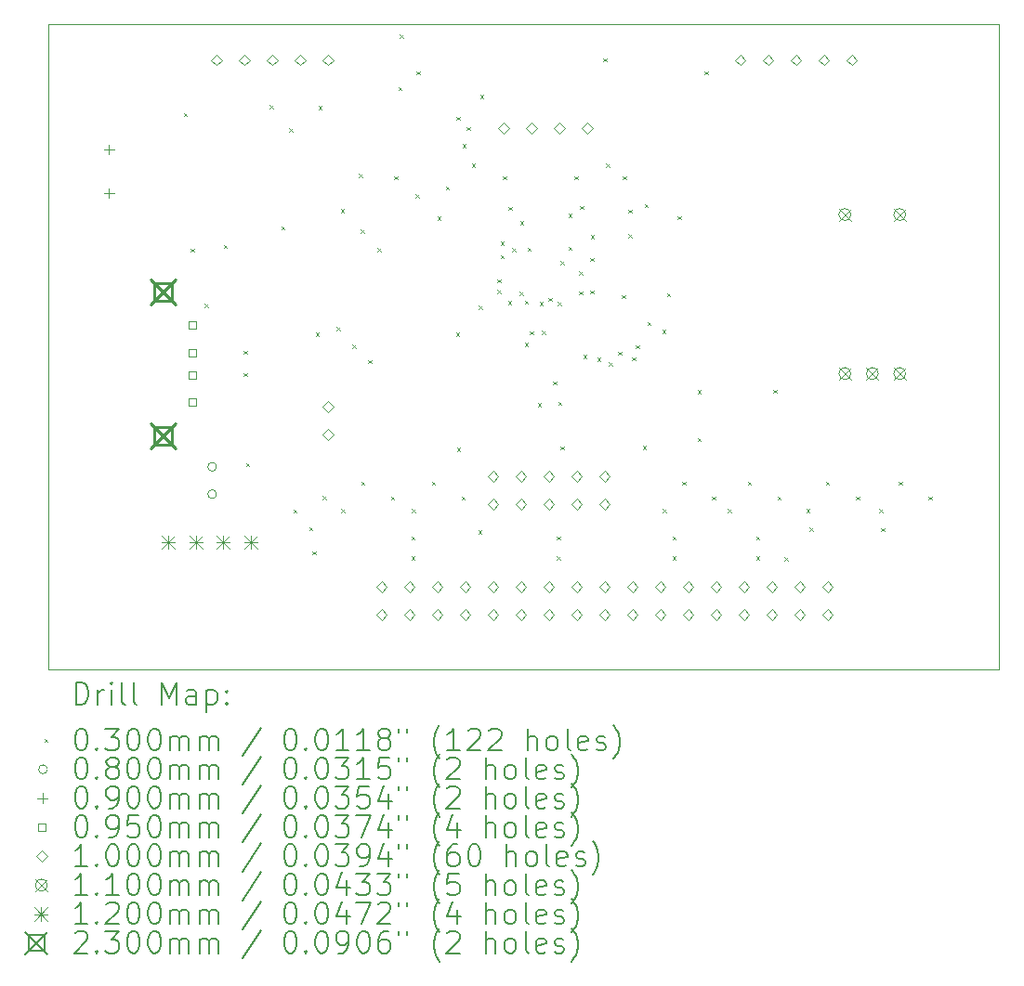
<source format=gbr>
%TF.GenerationSoftware,KiCad,Pcbnew,9.0.7*%
%TF.CreationDate,2026-02-15T20:38:00+11:00*%
%TF.ProjectId,AmigaUSBFloppy,416d6967-6155-4534-9246-6c6f7070792e,rev?*%
%TF.SameCoordinates,Original*%
%TF.FileFunction,Drillmap*%
%TF.FilePolarity,Positive*%
%FSLAX45Y45*%
G04 Gerber Fmt 4.5, Leading zero omitted, Abs format (unit mm)*
G04 Created by KiCad (PCBNEW 9.0.7) date 2026-02-15 20:38:00*
%MOMM*%
%LPD*%
G01*
G04 APERTURE LIST*
%ADD10C,0.100000*%
%ADD11C,0.200000*%
%ADD12C,0.110000*%
%ADD13C,0.120000*%
%ADD14C,0.230000*%
G04 APERTURE END LIST*
D10*
X10724000Y-5583750D02*
X19390000Y-5583750D01*
X19390000Y-11473750D01*
X10724000Y-11473750D01*
X10724000Y-5583750D01*
D11*
D10*
X11960000Y-6398750D02*
X11990000Y-6428750D01*
X11990000Y-6398750D02*
X11960000Y-6428750D01*
X12026000Y-7633750D02*
X12056000Y-7663750D01*
X12056000Y-7633750D02*
X12026000Y-7663750D01*
X12150000Y-8138750D02*
X12180000Y-8168750D01*
X12180000Y-8138750D02*
X12150000Y-8168750D01*
X12325000Y-7601250D02*
X12355000Y-7631250D01*
X12355000Y-7601250D02*
X12325000Y-7631250D01*
X12505000Y-8563750D02*
X12535000Y-8593750D01*
X12535000Y-8563750D02*
X12505000Y-8593750D01*
X12505000Y-8768750D02*
X12535000Y-8798750D01*
X12535000Y-8768750D02*
X12505000Y-8798750D01*
X12527500Y-9588750D02*
X12557500Y-9618750D01*
X12557500Y-9588750D02*
X12527500Y-9618750D01*
X12745000Y-6326250D02*
X12775000Y-6356250D01*
X12775000Y-6326250D02*
X12745000Y-6356250D01*
X12850000Y-7428750D02*
X12880000Y-7458750D01*
X12880000Y-7428750D02*
X12850000Y-7458750D01*
X12922500Y-6536250D02*
X12952500Y-6566250D01*
X12952500Y-6536250D02*
X12922500Y-6566250D01*
X12960000Y-10011250D02*
X12990000Y-10041250D01*
X12990000Y-10011250D02*
X12960000Y-10041250D01*
X13105000Y-10173750D02*
X13135000Y-10203750D01*
X13135000Y-10173750D02*
X13105000Y-10203750D01*
X13135000Y-10393750D02*
X13165000Y-10423750D01*
X13165000Y-10393750D02*
X13135000Y-10423750D01*
X13162500Y-8398750D02*
X13192500Y-8428750D01*
X13192500Y-8398750D02*
X13162500Y-8428750D01*
X13187500Y-6333250D02*
X13217500Y-6363250D01*
X13217500Y-6333250D02*
X13187500Y-6363250D01*
X13225000Y-9891250D02*
X13255000Y-9921250D01*
X13255000Y-9891250D02*
X13225000Y-9921250D01*
X13352500Y-8351250D02*
X13382500Y-8381250D01*
X13382500Y-8351250D02*
X13352500Y-8381250D01*
X13390000Y-7276250D02*
X13420000Y-7306250D01*
X13420000Y-7276250D02*
X13390000Y-7306250D01*
X13397339Y-10009423D02*
X13427339Y-10039423D01*
X13427339Y-10009423D02*
X13397339Y-10039423D01*
X13497500Y-8508750D02*
X13527500Y-8538750D01*
X13527500Y-8508750D02*
X13497500Y-8538750D01*
X13555000Y-6953750D02*
X13585000Y-6983750D01*
X13585000Y-6953750D02*
X13555000Y-6983750D01*
X13572500Y-7458750D02*
X13602500Y-7488750D01*
X13602500Y-7458750D02*
X13572500Y-7488750D01*
X13576089Y-9759423D02*
X13606089Y-9789423D01*
X13606089Y-9759423D02*
X13576089Y-9789423D01*
X13640000Y-8648750D02*
X13670000Y-8678750D01*
X13670000Y-8648750D02*
X13640000Y-8678750D01*
X13725000Y-7631250D02*
X13755000Y-7661250D01*
X13755000Y-7631250D02*
X13725000Y-7661250D01*
X13847339Y-9894423D02*
X13877339Y-9924423D01*
X13877339Y-9894423D02*
X13847339Y-9924423D01*
X13877500Y-6973750D02*
X13907500Y-7003750D01*
X13907500Y-6973750D02*
X13877500Y-7003750D01*
X13915000Y-6158750D02*
X13945000Y-6188750D01*
X13945000Y-6158750D02*
X13915000Y-6188750D01*
X13927500Y-5683750D02*
X13957500Y-5713750D01*
X13957500Y-5683750D02*
X13927500Y-5713750D01*
X14035000Y-10258750D02*
X14065000Y-10288750D01*
X14065000Y-10258750D02*
X14035000Y-10288750D01*
X14035000Y-10438750D02*
X14065000Y-10468750D01*
X14065000Y-10438750D02*
X14035000Y-10468750D01*
X14041250Y-10009423D02*
X14071250Y-10039423D01*
X14071250Y-10009423D02*
X14041250Y-10039423D01*
X14071250Y-7140000D02*
X14101250Y-7170000D01*
X14101250Y-7140000D02*
X14071250Y-7170000D01*
X14080000Y-6016250D02*
X14110000Y-6046250D01*
X14110000Y-6016250D02*
X14080000Y-6046250D01*
X14220000Y-9759423D02*
X14250000Y-9789423D01*
X14250000Y-9759423D02*
X14220000Y-9789423D01*
X14272500Y-7341250D02*
X14302500Y-7371250D01*
X14302500Y-7341250D02*
X14272500Y-7371250D01*
X14347500Y-7066250D02*
X14377500Y-7096250D01*
X14377500Y-7066250D02*
X14347500Y-7096250D01*
X14442500Y-8398750D02*
X14472500Y-8428750D01*
X14472500Y-8398750D02*
X14442500Y-8428750D01*
X14445000Y-6431250D02*
X14475000Y-6461250D01*
X14475000Y-6431250D02*
X14445000Y-6461250D01*
X14450000Y-9451250D02*
X14480000Y-9481250D01*
X14480000Y-9451250D02*
X14450000Y-9481250D01*
X14491250Y-9894423D02*
X14521250Y-9924423D01*
X14521250Y-9894423D02*
X14491250Y-9924423D01*
X14502500Y-6681250D02*
X14532500Y-6711250D01*
X14532500Y-6681250D02*
X14502500Y-6711250D01*
X14540000Y-6526250D02*
X14570000Y-6556250D01*
X14570000Y-6526250D02*
X14540000Y-6556250D01*
X14585000Y-6858750D02*
X14615000Y-6888750D01*
X14615000Y-6858750D02*
X14585000Y-6888750D01*
X14645000Y-10203750D02*
X14675000Y-10233750D01*
X14675000Y-10203750D02*
X14645000Y-10233750D01*
X14650000Y-8153750D02*
X14680000Y-8183750D01*
X14680000Y-8153750D02*
X14650000Y-8183750D01*
X14662500Y-6233750D02*
X14692500Y-6263750D01*
X14692500Y-6233750D02*
X14662500Y-6263750D01*
X14816615Y-8011896D02*
X14846615Y-8041896D01*
X14846615Y-8011896D02*
X14816615Y-8041896D01*
X14820000Y-7913750D02*
X14850000Y-7943750D01*
X14850000Y-7913750D02*
X14820000Y-7943750D01*
X14847830Y-7568620D02*
X14877830Y-7598620D01*
X14877830Y-7568620D02*
X14847830Y-7598620D01*
X14847830Y-7691250D02*
X14877830Y-7721250D01*
X14877830Y-7691250D02*
X14847830Y-7721250D01*
X14870000Y-6973750D02*
X14900000Y-7003750D01*
X14900000Y-6973750D02*
X14870000Y-7003750D01*
X14917500Y-8113750D02*
X14947500Y-8143750D01*
X14947500Y-8113750D02*
X14917500Y-8143750D01*
X14920000Y-7253750D02*
X14950000Y-7283750D01*
X14950000Y-7253750D02*
X14920000Y-7283750D01*
X14952500Y-7631250D02*
X14982500Y-7661250D01*
X14982500Y-7631250D02*
X14952500Y-7661250D01*
X15022500Y-8028750D02*
X15052500Y-8058750D01*
X15052500Y-8028750D02*
X15022500Y-8058750D01*
X15027500Y-7386250D02*
X15057500Y-7416250D01*
X15057500Y-7386250D02*
X15027500Y-7416250D01*
X15068376Y-8109218D02*
X15098376Y-8139218D01*
X15098376Y-8109218D02*
X15068376Y-8139218D01*
X15069770Y-8493980D02*
X15099770Y-8523980D01*
X15099770Y-8493980D02*
X15069770Y-8523980D01*
X15095000Y-7626250D02*
X15125000Y-7656250D01*
X15125000Y-7626250D02*
X15095000Y-7656250D01*
X15112500Y-8386250D02*
X15142500Y-8416250D01*
X15142500Y-8386250D02*
X15112500Y-8416250D01*
X15187500Y-9041250D02*
X15217500Y-9071250D01*
X15217500Y-9041250D02*
X15187500Y-9071250D01*
X15203476Y-8118750D02*
X15233476Y-8148750D01*
X15233476Y-8118750D02*
X15203476Y-8148750D01*
X15226458Y-8383750D02*
X15256458Y-8413750D01*
X15256458Y-8383750D02*
X15226458Y-8413750D01*
X15285919Y-8082651D02*
X15315919Y-8112651D01*
X15315919Y-8082651D02*
X15285919Y-8112651D01*
X15325720Y-8845530D02*
X15355720Y-8875530D01*
X15355720Y-8845530D02*
X15325720Y-8875530D01*
X15360000Y-10258750D02*
X15390000Y-10288750D01*
X15390000Y-10258750D02*
X15360000Y-10288750D01*
X15360000Y-10438750D02*
X15390000Y-10468750D01*
X15390000Y-10438750D02*
X15360000Y-10468750D01*
X15368362Y-8118750D02*
X15398362Y-8148750D01*
X15398362Y-8118750D02*
X15368362Y-8148750D01*
X15373750Y-9030000D02*
X15403750Y-9060000D01*
X15403750Y-9030000D02*
X15373750Y-9060000D01*
X15392500Y-7746250D02*
X15422500Y-7776250D01*
X15422500Y-7746250D02*
X15392500Y-7776250D01*
X15395000Y-9436250D02*
X15425000Y-9466250D01*
X15425000Y-9436250D02*
X15395000Y-9466250D01*
X15465000Y-7316250D02*
X15495000Y-7346250D01*
X15495000Y-7316250D02*
X15465000Y-7346250D01*
X15465949Y-7617199D02*
X15495949Y-7647199D01*
X15495949Y-7617199D02*
X15465949Y-7647199D01*
X15522500Y-6973750D02*
X15552500Y-7003750D01*
X15552500Y-6973750D02*
X15522500Y-7003750D01*
X15562500Y-7841250D02*
X15592500Y-7871250D01*
X15592500Y-7841250D02*
X15562500Y-7871250D01*
X15563290Y-8024540D02*
X15593290Y-8054540D01*
X15593290Y-8024540D02*
X15563290Y-8054540D01*
X15570000Y-7243750D02*
X15600000Y-7273750D01*
X15600000Y-7243750D02*
X15570000Y-7273750D01*
X15602500Y-8603750D02*
X15632500Y-8633750D01*
X15632500Y-8603750D02*
X15602500Y-8633750D01*
X15662800Y-7718449D02*
X15692800Y-7748449D01*
X15692800Y-7718449D02*
X15662800Y-7748449D01*
X15665000Y-8013750D02*
X15695000Y-8043750D01*
X15695000Y-8013750D02*
X15665000Y-8043750D01*
X15670000Y-7508750D02*
X15700000Y-7538750D01*
X15700000Y-7508750D02*
X15670000Y-7538750D01*
X15727500Y-8628750D02*
X15757500Y-8658750D01*
X15757500Y-8628750D02*
X15727500Y-8658750D01*
X15782500Y-5898750D02*
X15812500Y-5928750D01*
X15812500Y-5898750D02*
X15782500Y-5928750D01*
X15810000Y-6858750D02*
X15840000Y-6888750D01*
X15840000Y-6858750D02*
X15810000Y-6888750D01*
X15832500Y-8671250D02*
X15862500Y-8701250D01*
X15862500Y-8671250D02*
X15832500Y-8701250D01*
X15917500Y-8572287D02*
X15947500Y-8602287D01*
X15947500Y-8572287D02*
X15917500Y-8602287D01*
X15955000Y-8056250D02*
X15985000Y-8086250D01*
X15985000Y-8056250D02*
X15955000Y-8086250D01*
X15962500Y-6973750D02*
X15992500Y-7003750D01*
X15992500Y-6973750D02*
X15962500Y-7003750D01*
X16010000Y-7278750D02*
X16040000Y-7308750D01*
X16040000Y-7278750D02*
X16010000Y-7308750D01*
X16010000Y-7503750D02*
X16040000Y-7533750D01*
X16040000Y-7503750D02*
X16010000Y-7533750D01*
X16047500Y-8623750D02*
X16077500Y-8653750D01*
X16077500Y-8623750D02*
X16047500Y-8653750D01*
X16080000Y-8513750D02*
X16110000Y-8543750D01*
X16110000Y-8513750D02*
X16080000Y-8543750D01*
X16143750Y-9432500D02*
X16173750Y-9462500D01*
X16173750Y-9432500D02*
X16143750Y-9462500D01*
X16160000Y-7228750D02*
X16190000Y-7258750D01*
X16190000Y-7228750D02*
X16160000Y-7258750D01*
X16185000Y-8303750D02*
X16215000Y-8333750D01*
X16215000Y-8303750D02*
X16185000Y-8333750D01*
X16322500Y-8373750D02*
X16352500Y-8403750D01*
X16352500Y-8373750D02*
X16322500Y-8403750D01*
X16323589Y-10009423D02*
X16353589Y-10039423D01*
X16353589Y-10009423D02*
X16323589Y-10039423D01*
X16365000Y-8041250D02*
X16395000Y-8071250D01*
X16395000Y-8041250D02*
X16365000Y-8071250D01*
X16415000Y-10258750D02*
X16445000Y-10288750D01*
X16445000Y-10258750D02*
X16415000Y-10288750D01*
X16415000Y-10438750D02*
X16445000Y-10468750D01*
X16445000Y-10438750D02*
X16415000Y-10468750D01*
X16460000Y-7338750D02*
X16490000Y-7368750D01*
X16490000Y-7338750D02*
X16460000Y-7368750D01*
X16502339Y-9759423D02*
X16532339Y-9789423D01*
X16532339Y-9759423D02*
X16502339Y-9789423D01*
X16641606Y-8922873D02*
X16671606Y-8952873D01*
X16671606Y-8922873D02*
X16641606Y-8952873D01*
X16642500Y-9361250D02*
X16672500Y-9391250D01*
X16672500Y-9361250D02*
X16642500Y-9391250D01*
X16705000Y-6016250D02*
X16735000Y-6046250D01*
X16735000Y-6016250D02*
X16705000Y-6046250D01*
X16773589Y-9894423D02*
X16803589Y-9924423D01*
X16803589Y-9894423D02*
X16773589Y-9924423D01*
X16920000Y-10009423D02*
X16950000Y-10039423D01*
X16950000Y-10009423D02*
X16920000Y-10039423D01*
X17098750Y-9759423D02*
X17128750Y-9789423D01*
X17128750Y-9759423D02*
X17098750Y-9789423D01*
X17175000Y-10258750D02*
X17205000Y-10288750D01*
X17205000Y-10258750D02*
X17175000Y-10288750D01*
X17175000Y-10438750D02*
X17205000Y-10468750D01*
X17205000Y-10438750D02*
X17175000Y-10468750D01*
X17335000Y-8921250D02*
X17365000Y-8951250D01*
X17365000Y-8921250D02*
X17335000Y-8951250D01*
X17370000Y-9894423D02*
X17400000Y-9924423D01*
X17400000Y-9894423D02*
X17370000Y-9924423D01*
X17435000Y-10448750D02*
X17465000Y-10478750D01*
X17465000Y-10448750D02*
X17435000Y-10478750D01*
X17634250Y-10009423D02*
X17664250Y-10039423D01*
X17664250Y-10009423D02*
X17634250Y-10039423D01*
X17665000Y-10176923D02*
X17695000Y-10206923D01*
X17695000Y-10176923D02*
X17665000Y-10206923D01*
X17813000Y-9759423D02*
X17843000Y-9789423D01*
X17843000Y-9759423D02*
X17813000Y-9789423D01*
X18084250Y-9894423D02*
X18114250Y-9924423D01*
X18114250Y-9894423D02*
X18084250Y-9924423D01*
X18296713Y-10009423D02*
X18326713Y-10039423D01*
X18326713Y-10009423D02*
X18296713Y-10039423D01*
X18314150Y-10181313D02*
X18344150Y-10211313D01*
X18344150Y-10181313D02*
X18314150Y-10211313D01*
X18475463Y-9759423D02*
X18505463Y-9789423D01*
X18505463Y-9759423D02*
X18475463Y-9789423D01*
X18746713Y-9894423D02*
X18776713Y-9924423D01*
X18776713Y-9894423D02*
X18746713Y-9924423D01*
X12260000Y-9623750D02*
G75*
G02*
X12180000Y-9623750I-40000J0D01*
G01*
X12180000Y-9623750D02*
G75*
G02*
X12260000Y-9623750I40000J0D01*
G01*
X12260000Y-9873750D02*
G75*
G02*
X12180000Y-9873750I-40000J0D01*
G01*
X12180000Y-9873750D02*
G75*
G02*
X12260000Y-9873750I40000J0D01*
G01*
X11280000Y-6683750D02*
X11280000Y-6773750D01*
X11235000Y-6728750D02*
X11325000Y-6728750D01*
X11280000Y-7083750D02*
X11280000Y-7173750D01*
X11235000Y-7128750D02*
X11325000Y-7128750D01*
X12074588Y-8367338D02*
X12074588Y-8300162D01*
X12007412Y-8300162D01*
X12007412Y-8367338D01*
X12074588Y-8367338D01*
X12074588Y-8617338D02*
X12074588Y-8550162D01*
X12007412Y-8550162D01*
X12007412Y-8617338D01*
X12074588Y-8617338D01*
X12074588Y-8817338D02*
X12074588Y-8750162D01*
X12007412Y-8750162D01*
X12007412Y-8817338D01*
X12074588Y-8817338D01*
X12074588Y-9067338D02*
X12074588Y-9000162D01*
X12007412Y-9000162D01*
X12007412Y-9067338D01*
X12074588Y-9067338D01*
X12260000Y-5963750D02*
X12310000Y-5913750D01*
X12260000Y-5863750D01*
X12210000Y-5913750D01*
X12260000Y-5963750D01*
X12514000Y-5963750D02*
X12564000Y-5913750D01*
X12514000Y-5863750D01*
X12464000Y-5913750D01*
X12514000Y-5963750D01*
X12768000Y-5963750D02*
X12818000Y-5913750D01*
X12768000Y-5863750D01*
X12718000Y-5913750D01*
X12768000Y-5963750D01*
X13022000Y-5963750D02*
X13072000Y-5913750D01*
X13022000Y-5863750D01*
X12972000Y-5913750D01*
X13022000Y-5963750D01*
X13276000Y-5963750D02*
X13326000Y-5913750D01*
X13276000Y-5863750D01*
X13226000Y-5913750D01*
X13276000Y-5963750D01*
X13276000Y-9128750D02*
X13326000Y-9078750D01*
X13276000Y-9028750D01*
X13226000Y-9078750D01*
X13276000Y-9128750D01*
X13276000Y-9382750D02*
X13326000Y-9332750D01*
X13276000Y-9282750D01*
X13226000Y-9332750D01*
X13276000Y-9382750D01*
X13763000Y-10764750D02*
X13813000Y-10714750D01*
X13763000Y-10664750D01*
X13713000Y-10714750D01*
X13763000Y-10764750D01*
X13763000Y-11018750D02*
X13813000Y-10968750D01*
X13763000Y-10918750D01*
X13713000Y-10968750D01*
X13763000Y-11018750D01*
X14017000Y-10764750D02*
X14067000Y-10714750D01*
X14017000Y-10664750D01*
X13967000Y-10714750D01*
X14017000Y-10764750D01*
X14017000Y-11018750D02*
X14067000Y-10968750D01*
X14017000Y-10918750D01*
X13967000Y-10968750D01*
X14017000Y-11018750D01*
X14271000Y-10764750D02*
X14321000Y-10714750D01*
X14271000Y-10664750D01*
X14221000Y-10714750D01*
X14271000Y-10764750D01*
X14271000Y-11018750D02*
X14321000Y-10968750D01*
X14271000Y-10918750D01*
X14221000Y-10968750D01*
X14271000Y-11018750D01*
X14525000Y-10764750D02*
X14575000Y-10714750D01*
X14525000Y-10664750D01*
X14475000Y-10714750D01*
X14525000Y-10764750D01*
X14525000Y-11018750D02*
X14575000Y-10968750D01*
X14525000Y-10918750D01*
X14475000Y-10968750D01*
X14525000Y-11018750D01*
X14779000Y-9761974D02*
X14829000Y-9711974D01*
X14779000Y-9661974D01*
X14729000Y-9711974D01*
X14779000Y-9761974D01*
X14779000Y-10015974D02*
X14829000Y-9965974D01*
X14779000Y-9915974D01*
X14729000Y-9965974D01*
X14779000Y-10015974D01*
X14779000Y-10764750D02*
X14829000Y-10714750D01*
X14779000Y-10664750D01*
X14729000Y-10714750D01*
X14779000Y-10764750D01*
X14779000Y-11018750D02*
X14829000Y-10968750D01*
X14779000Y-10918750D01*
X14729000Y-10968750D01*
X14779000Y-11018750D01*
X14879000Y-6588750D02*
X14929000Y-6538750D01*
X14879000Y-6488750D01*
X14829000Y-6538750D01*
X14879000Y-6588750D01*
X15033000Y-9761974D02*
X15083000Y-9711974D01*
X15033000Y-9661974D01*
X14983000Y-9711974D01*
X15033000Y-9761974D01*
X15033000Y-10015974D02*
X15083000Y-9965974D01*
X15033000Y-9915974D01*
X14983000Y-9965974D01*
X15033000Y-10015974D01*
X15033000Y-10764750D02*
X15083000Y-10714750D01*
X15033000Y-10664750D01*
X14983000Y-10714750D01*
X15033000Y-10764750D01*
X15033000Y-11018750D02*
X15083000Y-10968750D01*
X15033000Y-10918750D01*
X14983000Y-10968750D01*
X15033000Y-11018750D01*
X15133000Y-6588750D02*
X15183000Y-6538750D01*
X15133000Y-6488750D01*
X15083000Y-6538750D01*
X15133000Y-6588750D01*
X15287000Y-9761974D02*
X15337000Y-9711974D01*
X15287000Y-9661974D01*
X15237000Y-9711974D01*
X15287000Y-9761974D01*
X15287000Y-10015974D02*
X15337000Y-9965974D01*
X15287000Y-9915974D01*
X15237000Y-9965974D01*
X15287000Y-10015974D01*
X15287000Y-10764750D02*
X15337000Y-10714750D01*
X15287000Y-10664750D01*
X15237000Y-10714750D01*
X15287000Y-10764750D01*
X15287000Y-11018750D02*
X15337000Y-10968750D01*
X15287000Y-10918750D01*
X15237000Y-10968750D01*
X15287000Y-11018750D01*
X15387000Y-6588750D02*
X15437000Y-6538750D01*
X15387000Y-6488750D01*
X15337000Y-6538750D01*
X15387000Y-6588750D01*
X15541000Y-9761974D02*
X15591000Y-9711974D01*
X15541000Y-9661974D01*
X15491000Y-9711974D01*
X15541000Y-9761974D01*
X15541000Y-10015974D02*
X15591000Y-9965974D01*
X15541000Y-9915974D01*
X15491000Y-9965974D01*
X15541000Y-10015974D01*
X15541000Y-10764750D02*
X15591000Y-10714750D01*
X15541000Y-10664750D01*
X15491000Y-10714750D01*
X15541000Y-10764750D01*
X15541000Y-11018750D02*
X15591000Y-10968750D01*
X15541000Y-10918750D01*
X15491000Y-10968750D01*
X15541000Y-11018750D01*
X15641000Y-6588750D02*
X15691000Y-6538750D01*
X15641000Y-6488750D01*
X15591000Y-6538750D01*
X15641000Y-6588750D01*
X15795000Y-9761974D02*
X15845000Y-9711974D01*
X15795000Y-9661974D01*
X15745000Y-9711974D01*
X15795000Y-9761974D01*
X15795000Y-10015974D02*
X15845000Y-9965974D01*
X15795000Y-9915974D01*
X15745000Y-9965974D01*
X15795000Y-10015974D01*
X15795000Y-10764750D02*
X15845000Y-10714750D01*
X15795000Y-10664750D01*
X15745000Y-10714750D01*
X15795000Y-10764750D01*
X15795000Y-11018750D02*
X15845000Y-10968750D01*
X15795000Y-10918750D01*
X15745000Y-10968750D01*
X15795000Y-11018750D01*
X16049000Y-10764750D02*
X16099000Y-10714750D01*
X16049000Y-10664750D01*
X15999000Y-10714750D01*
X16049000Y-10764750D01*
X16049000Y-11018750D02*
X16099000Y-10968750D01*
X16049000Y-10918750D01*
X15999000Y-10968750D01*
X16049000Y-11018750D01*
X16303000Y-10764750D02*
X16353000Y-10714750D01*
X16303000Y-10664750D01*
X16253000Y-10714750D01*
X16303000Y-10764750D01*
X16303000Y-11018750D02*
X16353000Y-10968750D01*
X16303000Y-10918750D01*
X16253000Y-10968750D01*
X16303000Y-11018750D01*
X16557000Y-10764750D02*
X16607000Y-10714750D01*
X16557000Y-10664750D01*
X16507000Y-10714750D01*
X16557000Y-10764750D01*
X16557000Y-11018750D02*
X16607000Y-10968750D01*
X16557000Y-10918750D01*
X16507000Y-10968750D01*
X16557000Y-11018750D01*
X16811000Y-10764750D02*
X16861000Y-10714750D01*
X16811000Y-10664750D01*
X16761000Y-10714750D01*
X16811000Y-10764750D01*
X16811000Y-11018750D02*
X16861000Y-10968750D01*
X16811000Y-10918750D01*
X16761000Y-10968750D01*
X16811000Y-11018750D01*
X17031000Y-5963750D02*
X17081000Y-5913750D01*
X17031000Y-5863750D01*
X16981000Y-5913750D01*
X17031000Y-5963750D01*
X17065000Y-10764750D02*
X17115000Y-10714750D01*
X17065000Y-10664750D01*
X17015000Y-10714750D01*
X17065000Y-10764750D01*
X17065000Y-11018750D02*
X17115000Y-10968750D01*
X17065000Y-10918750D01*
X17015000Y-10968750D01*
X17065000Y-11018750D01*
X17285000Y-5963750D02*
X17335000Y-5913750D01*
X17285000Y-5863750D01*
X17235000Y-5913750D01*
X17285000Y-5963750D01*
X17319000Y-10764750D02*
X17369000Y-10714750D01*
X17319000Y-10664750D01*
X17269000Y-10714750D01*
X17319000Y-10764750D01*
X17319000Y-11018750D02*
X17369000Y-10968750D01*
X17319000Y-10918750D01*
X17269000Y-10968750D01*
X17319000Y-11018750D01*
X17539000Y-5963750D02*
X17589000Y-5913750D01*
X17539000Y-5863750D01*
X17489000Y-5913750D01*
X17539000Y-5963750D01*
X17573000Y-10764750D02*
X17623000Y-10714750D01*
X17573000Y-10664750D01*
X17523000Y-10714750D01*
X17573000Y-10764750D01*
X17573000Y-11018750D02*
X17623000Y-10968750D01*
X17573000Y-10918750D01*
X17523000Y-10968750D01*
X17573000Y-11018750D01*
X17793000Y-5963750D02*
X17843000Y-5913750D01*
X17793000Y-5863750D01*
X17743000Y-5913750D01*
X17793000Y-5963750D01*
X17827000Y-10764750D02*
X17877000Y-10714750D01*
X17827000Y-10664750D01*
X17777000Y-10714750D01*
X17827000Y-10764750D01*
X17827000Y-11018750D02*
X17877000Y-10968750D01*
X17827000Y-10918750D01*
X17777000Y-10968750D01*
X17827000Y-11018750D01*
X18047000Y-5963750D02*
X18097000Y-5913750D01*
X18047000Y-5863750D01*
X17997000Y-5913750D01*
X18047000Y-5963750D01*
D12*
X17930000Y-7268750D02*
X18040000Y-7378750D01*
X18040000Y-7268750D02*
X17930000Y-7378750D01*
X18040000Y-7323750D02*
G75*
G02*
X17930000Y-7323750I-55000J0D01*
G01*
X17930000Y-7323750D02*
G75*
G02*
X18040000Y-7323750I55000J0D01*
G01*
X17930000Y-8718750D02*
X18040000Y-8828750D01*
X18040000Y-8718750D02*
X17930000Y-8828750D01*
X18040000Y-8773750D02*
G75*
G02*
X17930000Y-8773750I-55000J0D01*
G01*
X17930000Y-8773750D02*
G75*
G02*
X18040000Y-8773750I55000J0D01*
G01*
X18180000Y-8718750D02*
X18290000Y-8828750D01*
X18290000Y-8718750D02*
X18180000Y-8828750D01*
X18290000Y-8773750D02*
G75*
G02*
X18180000Y-8773750I-55000J0D01*
G01*
X18180000Y-8773750D02*
G75*
G02*
X18290000Y-8773750I55000J0D01*
G01*
X18430000Y-7268750D02*
X18540000Y-7378750D01*
X18540000Y-7268750D02*
X18430000Y-7378750D01*
X18540000Y-7323750D02*
G75*
G02*
X18430000Y-7323750I-55000J0D01*
G01*
X18430000Y-7323750D02*
G75*
G02*
X18540000Y-7323750I55000J0D01*
G01*
X18430000Y-8718750D02*
X18540000Y-8828750D01*
X18540000Y-8718750D02*
X18430000Y-8828750D01*
X18540000Y-8773750D02*
G75*
G02*
X18430000Y-8773750I-55000J0D01*
G01*
X18430000Y-8773750D02*
G75*
G02*
X18540000Y-8773750I55000J0D01*
G01*
D13*
X11760000Y-10253750D02*
X11880000Y-10373750D01*
X11880000Y-10253750D02*
X11760000Y-10373750D01*
X11820000Y-10253750D02*
X11820000Y-10373750D01*
X11760000Y-10313750D02*
X11880000Y-10313750D01*
X12010000Y-10253750D02*
X12130000Y-10373750D01*
X12130000Y-10253750D02*
X12010000Y-10373750D01*
X12070000Y-10253750D02*
X12070000Y-10373750D01*
X12010000Y-10313750D02*
X12130000Y-10313750D01*
X12260000Y-10253750D02*
X12380000Y-10373750D01*
X12380000Y-10253750D02*
X12260000Y-10373750D01*
X12320000Y-10253750D02*
X12320000Y-10373750D01*
X12260000Y-10313750D02*
X12380000Y-10313750D01*
X12510000Y-10253750D02*
X12630000Y-10373750D01*
X12630000Y-10253750D02*
X12510000Y-10373750D01*
X12570000Y-10253750D02*
X12570000Y-10373750D01*
X12510000Y-10313750D02*
X12630000Y-10313750D01*
D14*
X11655000Y-7911750D02*
X11885000Y-8141750D01*
X11885000Y-7911750D02*
X11655000Y-8141750D01*
X11851318Y-8108068D02*
X11851318Y-7945432D01*
X11688682Y-7945432D01*
X11688682Y-8108068D01*
X11851318Y-8108068D01*
X11655000Y-9225750D02*
X11885000Y-9455750D01*
X11885000Y-9225750D02*
X11655000Y-9455750D01*
X11851318Y-9422068D02*
X11851318Y-9259432D01*
X11688682Y-9259432D01*
X11688682Y-9422068D01*
X11851318Y-9422068D01*
D11*
X10979777Y-11790234D02*
X10979777Y-11590234D01*
X10979777Y-11590234D02*
X11027396Y-11590234D01*
X11027396Y-11590234D02*
X11055967Y-11599758D01*
X11055967Y-11599758D02*
X11075015Y-11618805D01*
X11075015Y-11618805D02*
X11084539Y-11637853D01*
X11084539Y-11637853D02*
X11094063Y-11675948D01*
X11094063Y-11675948D02*
X11094063Y-11704519D01*
X11094063Y-11704519D02*
X11084539Y-11742615D01*
X11084539Y-11742615D02*
X11075015Y-11761662D01*
X11075015Y-11761662D02*
X11055967Y-11780710D01*
X11055967Y-11780710D02*
X11027396Y-11790234D01*
X11027396Y-11790234D02*
X10979777Y-11790234D01*
X11179777Y-11790234D02*
X11179777Y-11656900D01*
X11179777Y-11694996D02*
X11189301Y-11675948D01*
X11189301Y-11675948D02*
X11198824Y-11666424D01*
X11198824Y-11666424D02*
X11217872Y-11656900D01*
X11217872Y-11656900D02*
X11236920Y-11656900D01*
X11303586Y-11790234D02*
X11303586Y-11656900D01*
X11303586Y-11590234D02*
X11294062Y-11599758D01*
X11294062Y-11599758D02*
X11303586Y-11609281D01*
X11303586Y-11609281D02*
X11313110Y-11599758D01*
X11313110Y-11599758D02*
X11303586Y-11590234D01*
X11303586Y-11590234D02*
X11303586Y-11609281D01*
X11427396Y-11790234D02*
X11408348Y-11780710D01*
X11408348Y-11780710D02*
X11398824Y-11761662D01*
X11398824Y-11761662D02*
X11398824Y-11590234D01*
X11532158Y-11790234D02*
X11513110Y-11780710D01*
X11513110Y-11780710D02*
X11503586Y-11761662D01*
X11503586Y-11761662D02*
X11503586Y-11590234D01*
X11760729Y-11790234D02*
X11760729Y-11590234D01*
X11760729Y-11590234D02*
X11827396Y-11733091D01*
X11827396Y-11733091D02*
X11894062Y-11590234D01*
X11894062Y-11590234D02*
X11894062Y-11790234D01*
X12075015Y-11790234D02*
X12075015Y-11685472D01*
X12075015Y-11685472D02*
X12065491Y-11666424D01*
X12065491Y-11666424D02*
X12046443Y-11656900D01*
X12046443Y-11656900D02*
X12008348Y-11656900D01*
X12008348Y-11656900D02*
X11989301Y-11666424D01*
X12075015Y-11780710D02*
X12055967Y-11790234D01*
X12055967Y-11790234D02*
X12008348Y-11790234D01*
X12008348Y-11790234D02*
X11989301Y-11780710D01*
X11989301Y-11780710D02*
X11979777Y-11761662D01*
X11979777Y-11761662D02*
X11979777Y-11742615D01*
X11979777Y-11742615D02*
X11989301Y-11723567D01*
X11989301Y-11723567D02*
X12008348Y-11714043D01*
X12008348Y-11714043D02*
X12055967Y-11714043D01*
X12055967Y-11714043D02*
X12075015Y-11704519D01*
X12170253Y-11656900D02*
X12170253Y-11856900D01*
X12170253Y-11666424D02*
X12189301Y-11656900D01*
X12189301Y-11656900D02*
X12227396Y-11656900D01*
X12227396Y-11656900D02*
X12246443Y-11666424D01*
X12246443Y-11666424D02*
X12255967Y-11675948D01*
X12255967Y-11675948D02*
X12265491Y-11694996D01*
X12265491Y-11694996D02*
X12265491Y-11752138D01*
X12265491Y-11752138D02*
X12255967Y-11771186D01*
X12255967Y-11771186D02*
X12246443Y-11780710D01*
X12246443Y-11780710D02*
X12227396Y-11790234D01*
X12227396Y-11790234D02*
X12189301Y-11790234D01*
X12189301Y-11790234D02*
X12170253Y-11780710D01*
X12351205Y-11771186D02*
X12360729Y-11780710D01*
X12360729Y-11780710D02*
X12351205Y-11790234D01*
X12351205Y-11790234D02*
X12341682Y-11780710D01*
X12341682Y-11780710D02*
X12351205Y-11771186D01*
X12351205Y-11771186D02*
X12351205Y-11790234D01*
X12351205Y-11666424D02*
X12360729Y-11675948D01*
X12360729Y-11675948D02*
X12351205Y-11685472D01*
X12351205Y-11685472D02*
X12341682Y-11675948D01*
X12341682Y-11675948D02*
X12351205Y-11666424D01*
X12351205Y-11666424D02*
X12351205Y-11685472D01*
D10*
X10689000Y-12103750D02*
X10719000Y-12133750D01*
X10719000Y-12103750D02*
X10689000Y-12133750D01*
D11*
X11017872Y-12010234D02*
X11036920Y-12010234D01*
X11036920Y-12010234D02*
X11055967Y-12019758D01*
X11055967Y-12019758D02*
X11065491Y-12029281D01*
X11065491Y-12029281D02*
X11075015Y-12048329D01*
X11075015Y-12048329D02*
X11084539Y-12086424D01*
X11084539Y-12086424D02*
X11084539Y-12134043D01*
X11084539Y-12134043D02*
X11075015Y-12172138D01*
X11075015Y-12172138D02*
X11065491Y-12191186D01*
X11065491Y-12191186D02*
X11055967Y-12200710D01*
X11055967Y-12200710D02*
X11036920Y-12210234D01*
X11036920Y-12210234D02*
X11017872Y-12210234D01*
X11017872Y-12210234D02*
X10998824Y-12200710D01*
X10998824Y-12200710D02*
X10989301Y-12191186D01*
X10989301Y-12191186D02*
X10979777Y-12172138D01*
X10979777Y-12172138D02*
X10970253Y-12134043D01*
X10970253Y-12134043D02*
X10970253Y-12086424D01*
X10970253Y-12086424D02*
X10979777Y-12048329D01*
X10979777Y-12048329D02*
X10989301Y-12029281D01*
X10989301Y-12029281D02*
X10998824Y-12019758D01*
X10998824Y-12019758D02*
X11017872Y-12010234D01*
X11170253Y-12191186D02*
X11179777Y-12200710D01*
X11179777Y-12200710D02*
X11170253Y-12210234D01*
X11170253Y-12210234D02*
X11160729Y-12200710D01*
X11160729Y-12200710D02*
X11170253Y-12191186D01*
X11170253Y-12191186D02*
X11170253Y-12210234D01*
X11246443Y-12010234D02*
X11370253Y-12010234D01*
X11370253Y-12010234D02*
X11303586Y-12086424D01*
X11303586Y-12086424D02*
X11332158Y-12086424D01*
X11332158Y-12086424D02*
X11351205Y-12095948D01*
X11351205Y-12095948D02*
X11360729Y-12105472D01*
X11360729Y-12105472D02*
X11370253Y-12124519D01*
X11370253Y-12124519D02*
X11370253Y-12172138D01*
X11370253Y-12172138D02*
X11360729Y-12191186D01*
X11360729Y-12191186D02*
X11351205Y-12200710D01*
X11351205Y-12200710D02*
X11332158Y-12210234D01*
X11332158Y-12210234D02*
X11275015Y-12210234D01*
X11275015Y-12210234D02*
X11255967Y-12200710D01*
X11255967Y-12200710D02*
X11246443Y-12191186D01*
X11494062Y-12010234D02*
X11513110Y-12010234D01*
X11513110Y-12010234D02*
X11532158Y-12019758D01*
X11532158Y-12019758D02*
X11541682Y-12029281D01*
X11541682Y-12029281D02*
X11551205Y-12048329D01*
X11551205Y-12048329D02*
X11560729Y-12086424D01*
X11560729Y-12086424D02*
X11560729Y-12134043D01*
X11560729Y-12134043D02*
X11551205Y-12172138D01*
X11551205Y-12172138D02*
X11541682Y-12191186D01*
X11541682Y-12191186D02*
X11532158Y-12200710D01*
X11532158Y-12200710D02*
X11513110Y-12210234D01*
X11513110Y-12210234D02*
X11494062Y-12210234D01*
X11494062Y-12210234D02*
X11475015Y-12200710D01*
X11475015Y-12200710D02*
X11465491Y-12191186D01*
X11465491Y-12191186D02*
X11455967Y-12172138D01*
X11455967Y-12172138D02*
X11446443Y-12134043D01*
X11446443Y-12134043D02*
X11446443Y-12086424D01*
X11446443Y-12086424D02*
X11455967Y-12048329D01*
X11455967Y-12048329D02*
X11465491Y-12029281D01*
X11465491Y-12029281D02*
X11475015Y-12019758D01*
X11475015Y-12019758D02*
X11494062Y-12010234D01*
X11684539Y-12010234D02*
X11703586Y-12010234D01*
X11703586Y-12010234D02*
X11722634Y-12019758D01*
X11722634Y-12019758D02*
X11732158Y-12029281D01*
X11732158Y-12029281D02*
X11741682Y-12048329D01*
X11741682Y-12048329D02*
X11751205Y-12086424D01*
X11751205Y-12086424D02*
X11751205Y-12134043D01*
X11751205Y-12134043D02*
X11741682Y-12172138D01*
X11741682Y-12172138D02*
X11732158Y-12191186D01*
X11732158Y-12191186D02*
X11722634Y-12200710D01*
X11722634Y-12200710D02*
X11703586Y-12210234D01*
X11703586Y-12210234D02*
X11684539Y-12210234D01*
X11684539Y-12210234D02*
X11665491Y-12200710D01*
X11665491Y-12200710D02*
X11655967Y-12191186D01*
X11655967Y-12191186D02*
X11646443Y-12172138D01*
X11646443Y-12172138D02*
X11636920Y-12134043D01*
X11636920Y-12134043D02*
X11636920Y-12086424D01*
X11636920Y-12086424D02*
X11646443Y-12048329D01*
X11646443Y-12048329D02*
X11655967Y-12029281D01*
X11655967Y-12029281D02*
X11665491Y-12019758D01*
X11665491Y-12019758D02*
X11684539Y-12010234D01*
X11836920Y-12210234D02*
X11836920Y-12076900D01*
X11836920Y-12095948D02*
X11846443Y-12086424D01*
X11846443Y-12086424D02*
X11865491Y-12076900D01*
X11865491Y-12076900D02*
X11894063Y-12076900D01*
X11894063Y-12076900D02*
X11913110Y-12086424D01*
X11913110Y-12086424D02*
X11922634Y-12105472D01*
X11922634Y-12105472D02*
X11922634Y-12210234D01*
X11922634Y-12105472D02*
X11932158Y-12086424D01*
X11932158Y-12086424D02*
X11951205Y-12076900D01*
X11951205Y-12076900D02*
X11979777Y-12076900D01*
X11979777Y-12076900D02*
X11998824Y-12086424D01*
X11998824Y-12086424D02*
X12008348Y-12105472D01*
X12008348Y-12105472D02*
X12008348Y-12210234D01*
X12103586Y-12210234D02*
X12103586Y-12076900D01*
X12103586Y-12095948D02*
X12113110Y-12086424D01*
X12113110Y-12086424D02*
X12132158Y-12076900D01*
X12132158Y-12076900D02*
X12160729Y-12076900D01*
X12160729Y-12076900D02*
X12179777Y-12086424D01*
X12179777Y-12086424D02*
X12189301Y-12105472D01*
X12189301Y-12105472D02*
X12189301Y-12210234D01*
X12189301Y-12105472D02*
X12198824Y-12086424D01*
X12198824Y-12086424D02*
X12217872Y-12076900D01*
X12217872Y-12076900D02*
X12246443Y-12076900D01*
X12246443Y-12076900D02*
X12265491Y-12086424D01*
X12265491Y-12086424D02*
X12275015Y-12105472D01*
X12275015Y-12105472D02*
X12275015Y-12210234D01*
X12665491Y-12000710D02*
X12494063Y-12257853D01*
X12922634Y-12010234D02*
X12941682Y-12010234D01*
X12941682Y-12010234D02*
X12960729Y-12019758D01*
X12960729Y-12019758D02*
X12970253Y-12029281D01*
X12970253Y-12029281D02*
X12979777Y-12048329D01*
X12979777Y-12048329D02*
X12989301Y-12086424D01*
X12989301Y-12086424D02*
X12989301Y-12134043D01*
X12989301Y-12134043D02*
X12979777Y-12172138D01*
X12979777Y-12172138D02*
X12970253Y-12191186D01*
X12970253Y-12191186D02*
X12960729Y-12200710D01*
X12960729Y-12200710D02*
X12941682Y-12210234D01*
X12941682Y-12210234D02*
X12922634Y-12210234D01*
X12922634Y-12210234D02*
X12903586Y-12200710D01*
X12903586Y-12200710D02*
X12894063Y-12191186D01*
X12894063Y-12191186D02*
X12884539Y-12172138D01*
X12884539Y-12172138D02*
X12875015Y-12134043D01*
X12875015Y-12134043D02*
X12875015Y-12086424D01*
X12875015Y-12086424D02*
X12884539Y-12048329D01*
X12884539Y-12048329D02*
X12894063Y-12029281D01*
X12894063Y-12029281D02*
X12903586Y-12019758D01*
X12903586Y-12019758D02*
X12922634Y-12010234D01*
X13075015Y-12191186D02*
X13084539Y-12200710D01*
X13084539Y-12200710D02*
X13075015Y-12210234D01*
X13075015Y-12210234D02*
X13065491Y-12200710D01*
X13065491Y-12200710D02*
X13075015Y-12191186D01*
X13075015Y-12191186D02*
X13075015Y-12210234D01*
X13208348Y-12010234D02*
X13227396Y-12010234D01*
X13227396Y-12010234D02*
X13246444Y-12019758D01*
X13246444Y-12019758D02*
X13255967Y-12029281D01*
X13255967Y-12029281D02*
X13265491Y-12048329D01*
X13265491Y-12048329D02*
X13275015Y-12086424D01*
X13275015Y-12086424D02*
X13275015Y-12134043D01*
X13275015Y-12134043D02*
X13265491Y-12172138D01*
X13265491Y-12172138D02*
X13255967Y-12191186D01*
X13255967Y-12191186D02*
X13246444Y-12200710D01*
X13246444Y-12200710D02*
X13227396Y-12210234D01*
X13227396Y-12210234D02*
X13208348Y-12210234D01*
X13208348Y-12210234D02*
X13189301Y-12200710D01*
X13189301Y-12200710D02*
X13179777Y-12191186D01*
X13179777Y-12191186D02*
X13170253Y-12172138D01*
X13170253Y-12172138D02*
X13160729Y-12134043D01*
X13160729Y-12134043D02*
X13160729Y-12086424D01*
X13160729Y-12086424D02*
X13170253Y-12048329D01*
X13170253Y-12048329D02*
X13179777Y-12029281D01*
X13179777Y-12029281D02*
X13189301Y-12019758D01*
X13189301Y-12019758D02*
X13208348Y-12010234D01*
X13465491Y-12210234D02*
X13351206Y-12210234D01*
X13408348Y-12210234D02*
X13408348Y-12010234D01*
X13408348Y-12010234D02*
X13389301Y-12038805D01*
X13389301Y-12038805D02*
X13370253Y-12057853D01*
X13370253Y-12057853D02*
X13351206Y-12067377D01*
X13655967Y-12210234D02*
X13541682Y-12210234D01*
X13598825Y-12210234D02*
X13598825Y-12010234D01*
X13598825Y-12010234D02*
X13579777Y-12038805D01*
X13579777Y-12038805D02*
X13560729Y-12057853D01*
X13560729Y-12057853D02*
X13541682Y-12067377D01*
X13770253Y-12095948D02*
X13751206Y-12086424D01*
X13751206Y-12086424D02*
X13741682Y-12076900D01*
X13741682Y-12076900D02*
X13732158Y-12057853D01*
X13732158Y-12057853D02*
X13732158Y-12048329D01*
X13732158Y-12048329D02*
X13741682Y-12029281D01*
X13741682Y-12029281D02*
X13751206Y-12019758D01*
X13751206Y-12019758D02*
X13770253Y-12010234D01*
X13770253Y-12010234D02*
X13808348Y-12010234D01*
X13808348Y-12010234D02*
X13827396Y-12019758D01*
X13827396Y-12019758D02*
X13836920Y-12029281D01*
X13836920Y-12029281D02*
X13846444Y-12048329D01*
X13846444Y-12048329D02*
X13846444Y-12057853D01*
X13846444Y-12057853D02*
X13836920Y-12076900D01*
X13836920Y-12076900D02*
X13827396Y-12086424D01*
X13827396Y-12086424D02*
X13808348Y-12095948D01*
X13808348Y-12095948D02*
X13770253Y-12095948D01*
X13770253Y-12095948D02*
X13751206Y-12105472D01*
X13751206Y-12105472D02*
X13741682Y-12114996D01*
X13741682Y-12114996D02*
X13732158Y-12134043D01*
X13732158Y-12134043D02*
X13732158Y-12172138D01*
X13732158Y-12172138D02*
X13741682Y-12191186D01*
X13741682Y-12191186D02*
X13751206Y-12200710D01*
X13751206Y-12200710D02*
X13770253Y-12210234D01*
X13770253Y-12210234D02*
X13808348Y-12210234D01*
X13808348Y-12210234D02*
X13827396Y-12200710D01*
X13827396Y-12200710D02*
X13836920Y-12191186D01*
X13836920Y-12191186D02*
X13846444Y-12172138D01*
X13846444Y-12172138D02*
X13846444Y-12134043D01*
X13846444Y-12134043D02*
X13836920Y-12114996D01*
X13836920Y-12114996D02*
X13827396Y-12105472D01*
X13827396Y-12105472D02*
X13808348Y-12095948D01*
X13922634Y-12010234D02*
X13922634Y-12048329D01*
X13998825Y-12010234D02*
X13998825Y-12048329D01*
X14294063Y-12286424D02*
X14284539Y-12276900D01*
X14284539Y-12276900D02*
X14265491Y-12248329D01*
X14265491Y-12248329D02*
X14255968Y-12229281D01*
X14255968Y-12229281D02*
X14246444Y-12200710D01*
X14246444Y-12200710D02*
X14236920Y-12153091D01*
X14236920Y-12153091D02*
X14236920Y-12114996D01*
X14236920Y-12114996D02*
X14246444Y-12067377D01*
X14246444Y-12067377D02*
X14255968Y-12038805D01*
X14255968Y-12038805D02*
X14265491Y-12019758D01*
X14265491Y-12019758D02*
X14284539Y-11991186D01*
X14284539Y-11991186D02*
X14294063Y-11981662D01*
X14475015Y-12210234D02*
X14360729Y-12210234D01*
X14417872Y-12210234D02*
X14417872Y-12010234D01*
X14417872Y-12010234D02*
X14398825Y-12038805D01*
X14398825Y-12038805D02*
X14379777Y-12057853D01*
X14379777Y-12057853D02*
X14360729Y-12067377D01*
X14551206Y-12029281D02*
X14560729Y-12019758D01*
X14560729Y-12019758D02*
X14579777Y-12010234D01*
X14579777Y-12010234D02*
X14627396Y-12010234D01*
X14627396Y-12010234D02*
X14646444Y-12019758D01*
X14646444Y-12019758D02*
X14655968Y-12029281D01*
X14655968Y-12029281D02*
X14665491Y-12048329D01*
X14665491Y-12048329D02*
X14665491Y-12067377D01*
X14665491Y-12067377D02*
X14655968Y-12095948D01*
X14655968Y-12095948D02*
X14541682Y-12210234D01*
X14541682Y-12210234D02*
X14665491Y-12210234D01*
X14741682Y-12029281D02*
X14751206Y-12019758D01*
X14751206Y-12019758D02*
X14770253Y-12010234D01*
X14770253Y-12010234D02*
X14817872Y-12010234D01*
X14817872Y-12010234D02*
X14836920Y-12019758D01*
X14836920Y-12019758D02*
X14846444Y-12029281D01*
X14846444Y-12029281D02*
X14855968Y-12048329D01*
X14855968Y-12048329D02*
X14855968Y-12067377D01*
X14855968Y-12067377D02*
X14846444Y-12095948D01*
X14846444Y-12095948D02*
X14732158Y-12210234D01*
X14732158Y-12210234D02*
X14855968Y-12210234D01*
X15094063Y-12210234D02*
X15094063Y-12010234D01*
X15179777Y-12210234D02*
X15179777Y-12105472D01*
X15179777Y-12105472D02*
X15170253Y-12086424D01*
X15170253Y-12086424D02*
X15151206Y-12076900D01*
X15151206Y-12076900D02*
X15122634Y-12076900D01*
X15122634Y-12076900D02*
X15103587Y-12086424D01*
X15103587Y-12086424D02*
X15094063Y-12095948D01*
X15303587Y-12210234D02*
X15284539Y-12200710D01*
X15284539Y-12200710D02*
X15275015Y-12191186D01*
X15275015Y-12191186D02*
X15265491Y-12172138D01*
X15265491Y-12172138D02*
X15265491Y-12114996D01*
X15265491Y-12114996D02*
X15275015Y-12095948D01*
X15275015Y-12095948D02*
X15284539Y-12086424D01*
X15284539Y-12086424D02*
X15303587Y-12076900D01*
X15303587Y-12076900D02*
X15332158Y-12076900D01*
X15332158Y-12076900D02*
X15351206Y-12086424D01*
X15351206Y-12086424D02*
X15360730Y-12095948D01*
X15360730Y-12095948D02*
X15370253Y-12114996D01*
X15370253Y-12114996D02*
X15370253Y-12172138D01*
X15370253Y-12172138D02*
X15360730Y-12191186D01*
X15360730Y-12191186D02*
X15351206Y-12200710D01*
X15351206Y-12200710D02*
X15332158Y-12210234D01*
X15332158Y-12210234D02*
X15303587Y-12210234D01*
X15484539Y-12210234D02*
X15465491Y-12200710D01*
X15465491Y-12200710D02*
X15455968Y-12181662D01*
X15455968Y-12181662D02*
X15455968Y-12010234D01*
X15636920Y-12200710D02*
X15617872Y-12210234D01*
X15617872Y-12210234D02*
X15579777Y-12210234D01*
X15579777Y-12210234D02*
X15560730Y-12200710D01*
X15560730Y-12200710D02*
X15551206Y-12181662D01*
X15551206Y-12181662D02*
X15551206Y-12105472D01*
X15551206Y-12105472D02*
X15560730Y-12086424D01*
X15560730Y-12086424D02*
X15579777Y-12076900D01*
X15579777Y-12076900D02*
X15617872Y-12076900D01*
X15617872Y-12076900D02*
X15636920Y-12086424D01*
X15636920Y-12086424D02*
X15646444Y-12105472D01*
X15646444Y-12105472D02*
X15646444Y-12124519D01*
X15646444Y-12124519D02*
X15551206Y-12143567D01*
X15722634Y-12200710D02*
X15741682Y-12210234D01*
X15741682Y-12210234D02*
X15779777Y-12210234D01*
X15779777Y-12210234D02*
X15798825Y-12200710D01*
X15798825Y-12200710D02*
X15808349Y-12181662D01*
X15808349Y-12181662D02*
X15808349Y-12172138D01*
X15808349Y-12172138D02*
X15798825Y-12153091D01*
X15798825Y-12153091D02*
X15779777Y-12143567D01*
X15779777Y-12143567D02*
X15751206Y-12143567D01*
X15751206Y-12143567D02*
X15732158Y-12134043D01*
X15732158Y-12134043D02*
X15722634Y-12114996D01*
X15722634Y-12114996D02*
X15722634Y-12105472D01*
X15722634Y-12105472D02*
X15732158Y-12086424D01*
X15732158Y-12086424D02*
X15751206Y-12076900D01*
X15751206Y-12076900D02*
X15779777Y-12076900D01*
X15779777Y-12076900D02*
X15798825Y-12086424D01*
X15875015Y-12286424D02*
X15884539Y-12276900D01*
X15884539Y-12276900D02*
X15903587Y-12248329D01*
X15903587Y-12248329D02*
X15913111Y-12229281D01*
X15913111Y-12229281D02*
X15922634Y-12200710D01*
X15922634Y-12200710D02*
X15932158Y-12153091D01*
X15932158Y-12153091D02*
X15932158Y-12114996D01*
X15932158Y-12114996D02*
X15922634Y-12067377D01*
X15922634Y-12067377D02*
X15913111Y-12038805D01*
X15913111Y-12038805D02*
X15903587Y-12019758D01*
X15903587Y-12019758D02*
X15884539Y-11991186D01*
X15884539Y-11991186D02*
X15875015Y-11981662D01*
D10*
X10719000Y-12382750D02*
G75*
G02*
X10639000Y-12382750I-40000J0D01*
G01*
X10639000Y-12382750D02*
G75*
G02*
X10719000Y-12382750I40000J0D01*
G01*
D11*
X11017872Y-12274234D02*
X11036920Y-12274234D01*
X11036920Y-12274234D02*
X11055967Y-12283758D01*
X11055967Y-12283758D02*
X11065491Y-12293281D01*
X11065491Y-12293281D02*
X11075015Y-12312329D01*
X11075015Y-12312329D02*
X11084539Y-12350424D01*
X11084539Y-12350424D02*
X11084539Y-12398043D01*
X11084539Y-12398043D02*
X11075015Y-12436138D01*
X11075015Y-12436138D02*
X11065491Y-12455186D01*
X11065491Y-12455186D02*
X11055967Y-12464710D01*
X11055967Y-12464710D02*
X11036920Y-12474234D01*
X11036920Y-12474234D02*
X11017872Y-12474234D01*
X11017872Y-12474234D02*
X10998824Y-12464710D01*
X10998824Y-12464710D02*
X10989301Y-12455186D01*
X10989301Y-12455186D02*
X10979777Y-12436138D01*
X10979777Y-12436138D02*
X10970253Y-12398043D01*
X10970253Y-12398043D02*
X10970253Y-12350424D01*
X10970253Y-12350424D02*
X10979777Y-12312329D01*
X10979777Y-12312329D02*
X10989301Y-12293281D01*
X10989301Y-12293281D02*
X10998824Y-12283758D01*
X10998824Y-12283758D02*
X11017872Y-12274234D01*
X11170253Y-12455186D02*
X11179777Y-12464710D01*
X11179777Y-12464710D02*
X11170253Y-12474234D01*
X11170253Y-12474234D02*
X11160729Y-12464710D01*
X11160729Y-12464710D02*
X11170253Y-12455186D01*
X11170253Y-12455186D02*
X11170253Y-12474234D01*
X11294062Y-12359948D02*
X11275015Y-12350424D01*
X11275015Y-12350424D02*
X11265491Y-12340900D01*
X11265491Y-12340900D02*
X11255967Y-12321853D01*
X11255967Y-12321853D02*
X11255967Y-12312329D01*
X11255967Y-12312329D02*
X11265491Y-12293281D01*
X11265491Y-12293281D02*
X11275015Y-12283758D01*
X11275015Y-12283758D02*
X11294062Y-12274234D01*
X11294062Y-12274234D02*
X11332158Y-12274234D01*
X11332158Y-12274234D02*
X11351205Y-12283758D01*
X11351205Y-12283758D02*
X11360729Y-12293281D01*
X11360729Y-12293281D02*
X11370253Y-12312329D01*
X11370253Y-12312329D02*
X11370253Y-12321853D01*
X11370253Y-12321853D02*
X11360729Y-12340900D01*
X11360729Y-12340900D02*
X11351205Y-12350424D01*
X11351205Y-12350424D02*
X11332158Y-12359948D01*
X11332158Y-12359948D02*
X11294062Y-12359948D01*
X11294062Y-12359948D02*
X11275015Y-12369472D01*
X11275015Y-12369472D02*
X11265491Y-12378996D01*
X11265491Y-12378996D02*
X11255967Y-12398043D01*
X11255967Y-12398043D02*
X11255967Y-12436138D01*
X11255967Y-12436138D02*
X11265491Y-12455186D01*
X11265491Y-12455186D02*
X11275015Y-12464710D01*
X11275015Y-12464710D02*
X11294062Y-12474234D01*
X11294062Y-12474234D02*
X11332158Y-12474234D01*
X11332158Y-12474234D02*
X11351205Y-12464710D01*
X11351205Y-12464710D02*
X11360729Y-12455186D01*
X11360729Y-12455186D02*
X11370253Y-12436138D01*
X11370253Y-12436138D02*
X11370253Y-12398043D01*
X11370253Y-12398043D02*
X11360729Y-12378996D01*
X11360729Y-12378996D02*
X11351205Y-12369472D01*
X11351205Y-12369472D02*
X11332158Y-12359948D01*
X11494062Y-12274234D02*
X11513110Y-12274234D01*
X11513110Y-12274234D02*
X11532158Y-12283758D01*
X11532158Y-12283758D02*
X11541682Y-12293281D01*
X11541682Y-12293281D02*
X11551205Y-12312329D01*
X11551205Y-12312329D02*
X11560729Y-12350424D01*
X11560729Y-12350424D02*
X11560729Y-12398043D01*
X11560729Y-12398043D02*
X11551205Y-12436138D01*
X11551205Y-12436138D02*
X11541682Y-12455186D01*
X11541682Y-12455186D02*
X11532158Y-12464710D01*
X11532158Y-12464710D02*
X11513110Y-12474234D01*
X11513110Y-12474234D02*
X11494062Y-12474234D01*
X11494062Y-12474234D02*
X11475015Y-12464710D01*
X11475015Y-12464710D02*
X11465491Y-12455186D01*
X11465491Y-12455186D02*
X11455967Y-12436138D01*
X11455967Y-12436138D02*
X11446443Y-12398043D01*
X11446443Y-12398043D02*
X11446443Y-12350424D01*
X11446443Y-12350424D02*
X11455967Y-12312329D01*
X11455967Y-12312329D02*
X11465491Y-12293281D01*
X11465491Y-12293281D02*
X11475015Y-12283758D01*
X11475015Y-12283758D02*
X11494062Y-12274234D01*
X11684539Y-12274234D02*
X11703586Y-12274234D01*
X11703586Y-12274234D02*
X11722634Y-12283758D01*
X11722634Y-12283758D02*
X11732158Y-12293281D01*
X11732158Y-12293281D02*
X11741682Y-12312329D01*
X11741682Y-12312329D02*
X11751205Y-12350424D01*
X11751205Y-12350424D02*
X11751205Y-12398043D01*
X11751205Y-12398043D02*
X11741682Y-12436138D01*
X11741682Y-12436138D02*
X11732158Y-12455186D01*
X11732158Y-12455186D02*
X11722634Y-12464710D01*
X11722634Y-12464710D02*
X11703586Y-12474234D01*
X11703586Y-12474234D02*
X11684539Y-12474234D01*
X11684539Y-12474234D02*
X11665491Y-12464710D01*
X11665491Y-12464710D02*
X11655967Y-12455186D01*
X11655967Y-12455186D02*
X11646443Y-12436138D01*
X11646443Y-12436138D02*
X11636920Y-12398043D01*
X11636920Y-12398043D02*
X11636920Y-12350424D01*
X11636920Y-12350424D02*
X11646443Y-12312329D01*
X11646443Y-12312329D02*
X11655967Y-12293281D01*
X11655967Y-12293281D02*
X11665491Y-12283758D01*
X11665491Y-12283758D02*
X11684539Y-12274234D01*
X11836920Y-12474234D02*
X11836920Y-12340900D01*
X11836920Y-12359948D02*
X11846443Y-12350424D01*
X11846443Y-12350424D02*
X11865491Y-12340900D01*
X11865491Y-12340900D02*
X11894063Y-12340900D01*
X11894063Y-12340900D02*
X11913110Y-12350424D01*
X11913110Y-12350424D02*
X11922634Y-12369472D01*
X11922634Y-12369472D02*
X11922634Y-12474234D01*
X11922634Y-12369472D02*
X11932158Y-12350424D01*
X11932158Y-12350424D02*
X11951205Y-12340900D01*
X11951205Y-12340900D02*
X11979777Y-12340900D01*
X11979777Y-12340900D02*
X11998824Y-12350424D01*
X11998824Y-12350424D02*
X12008348Y-12369472D01*
X12008348Y-12369472D02*
X12008348Y-12474234D01*
X12103586Y-12474234D02*
X12103586Y-12340900D01*
X12103586Y-12359948D02*
X12113110Y-12350424D01*
X12113110Y-12350424D02*
X12132158Y-12340900D01*
X12132158Y-12340900D02*
X12160729Y-12340900D01*
X12160729Y-12340900D02*
X12179777Y-12350424D01*
X12179777Y-12350424D02*
X12189301Y-12369472D01*
X12189301Y-12369472D02*
X12189301Y-12474234D01*
X12189301Y-12369472D02*
X12198824Y-12350424D01*
X12198824Y-12350424D02*
X12217872Y-12340900D01*
X12217872Y-12340900D02*
X12246443Y-12340900D01*
X12246443Y-12340900D02*
X12265491Y-12350424D01*
X12265491Y-12350424D02*
X12275015Y-12369472D01*
X12275015Y-12369472D02*
X12275015Y-12474234D01*
X12665491Y-12264710D02*
X12494063Y-12521853D01*
X12922634Y-12274234D02*
X12941682Y-12274234D01*
X12941682Y-12274234D02*
X12960729Y-12283758D01*
X12960729Y-12283758D02*
X12970253Y-12293281D01*
X12970253Y-12293281D02*
X12979777Y-12312329D01*
X12979777Y-12312329D02*
X12989301Y-12350424D01*
X12989301Y-12350424D02*
X12989301Y-12398043D01*
X12989301Y-12398043D02*
X12979777Y-12436138D01*
X12979777Y-12436138D02*
X12970253Y-12455186D01*
X12970253Y-12455186D02*
X12960729Y-12464710D01*
X12960729Y-12464710D02*
X12941682Y-12474234D01*
X12941682Y-12474234D02*
X12922634Y-12474234D01*
X12922634Y-12474234D02*
X12903586Y-12464710D01*
X12903586Y-12464710D02*
X12894063Y-12455186D01*
X12894063Y-12455186D02*
X12884539Y-12436138D01*
X12884539Y-12436138D02*
X12875015Y-12398043D01*
X12875015Y-12398043D02*
X12875015Y-12350424D01*
X12875015Y-12350424D02*
X12884539Y-12312329D01*
X12884539Y-12312329D02*
X12894063Y-12293281D01*
X12894063Y-12293281D02*
X12903586Y-12283758D01*
X12903586Y-12283758D02*
X12922634Y-12274234D01*
X13075015Y-12455186D02*
X13084539Y-12464710D01*
X13084539Y-12464710D02*
X13075015Y-12474234D01*
X13075015Y-12474234D02*
X13065491Y-12464710D01*
X13065491Y-12464710D02*
X13075015Y-12455186D01*
X13075015Y-12455186D02*
X13075015Y-12474234D01*
X13208348Y-12274234D02*
X13227396Y-12274234D01*
X13227396Y-12274234D02*
X13246444Y-12283758D01*
X13246444Y-12283758D02*
X13255967Y-12293281D01*
X13255967Y-12293281D02*
X13265491Y-12312329D01*
X13265491Y-12312329D02*
X13275015Y-12350424D01*
X13275015Y-12350424D02*
X13275015Y-12398043D01*
X13275015Y-12398043D02*
X13265491Y-12436138D01*
X13265491Y-12436138D02*
X13255967Y-12455186D01*
X13255967Y-12455186D02*
X13246444Y-12464710D01*
X13246444Y-12464710D02*
X13227396Y-12474234D01*
X13227396Y-12474234D02*
X13208348Y-12474234D01*
X13208348Y-12474234D02*
X13189301Y-12464710D01*
X13189301Y-12464710D02*
X13179777Y-12455186D01*
X13179777Y-12455186D02*
X13170253Y-12436138D01*
X13170253Y-12436138D02*
X13160729Y-12398043D01*
X13160729Y-12398043D02*
X13160729Y-12350424D01*
X13160729Y-12350424D02*
X13170253Y-12312329D01*
X13170253Y-12312329D02*
X13179777Y-12293281D01*
X13179777Y-12293281D02*
X13189301Y-12283758D01*
X13189301Y-12283758D02*
X13208348Y-12274234D01*
X13341682Y-12274234D02*
X13465491Y-12274234D01*
X13465491Y-12274234D02*
X13398825Y-12350424D01*
X13398825Y-12350424D02*
X13427396Y-12350424D01*
X13427396Y-12350424D02*
X13446444Y-12359948D01*
X13446444Y-12359948D02*
X13455967Y-12369472D01*
X13455967Y-12369472D02*
X13465491Y-12388519D01*
X13465491Y-12388519D02*
X13465491Y-12436138D01*
X13465491Y-12436138D02*
X13455967Y-12455186D01*
X13455967Y-12455186D02*
X13446444Y-12464710D01*
X13446444Y-12464710D02*
X13427396Y-12474234D01*
X13427396Y-12474234D02*
X13370253Y-12474234D01*
X13370253Y-12474234D02*
X13351206Y-12464710D01*
X13351206Y-12464710D02*
X13341682Y-12455186D01*
X13655967Y-12474234D02*
X13541682Y-12474234D01*
X13598825Y-12474234D02*
X13598825Y-12274234D01*
X13598825Y-12274234D02*
X13579777Y-12302805D01*
X13579777Y-12302805D02*
X13560729Y-12321853D01*
X13560729Y-12321853D02*
X13541682Y-12331377D01*
X13836920Y-12274234D02*
X13741682Y-12274234D01*
X13741682Y-12274234D02*
X13732158Y-12369472D01*
X13732158Y-12369472D02*
X13741682Y-12359948D01*
X13741682Y-12359948D02*
X13760729Y-12350424D01*
X13760729Y-12350424D02*
X13808348Y-12350424D01*
X13808348Y-12350424D02*
X13827396Y-12359948D01*
X13827396Y-12359948D02*
X13836920Y-12369472D01*
X13836920Y-12369472D02*
X13846444Y-12388519D01*
X13846444Y-12388519D02*
X13846444Y-12436138D01*
X13846444Y-12436138D02*
X13836920Y-12455186D01*
X13836920Y-12455186D02*
X13827396Y-12464710D01*
X13827396Y-12464710D02*
X13808348Y-12474234D01*
X13808348Y-12474234D02*
X13760729Y-12474234D01*
X13760729Y-12474234D02*
X13741682Y-12464710D01*
X13741682Y-12464710D02*
X13732158Y-12455186D01*
X13922634Y-12274234D02*
X13922634Y-12312329D01*
X13998825Y-12274234D02*
X13998825Y-12312329D01*
X14294063Y-12550424D02*
X14284539Y-12540900D01*
X14284539Y-12540900D02*
X14265491Y-12512329D01*
X14265491Y-12512329D02*
X14255968Y-12493281D01*
X14255968Y-12493281D02*
X14246444Y-12464710D01*
X14246444Y-12464710D02*
X14236920Y-12417091D01*
X14236920Y-12417091D02*
X14236920Y-12378996D01*
X14236920Y-12378996D02*
X14246444Y-12331377D01*
X14246444Y-12331377D02*
X14255968Y-12302805D01*
X14255968Y-12302805D02*
X14265491Y-12283758D01*
X14265491Y-12283758D02*
X14284539Y-12255186D01*
X14284539Y-12255186D02*
X14294063Y-12245662D01*
X14360729Y-12293281D02*
X14370253Y-12283758D01*
X14370253Y-12283758D02*
X14389301Y-12274234D01*
X14389301Y-12274234D02*
X14436920Y-12274234D01*
X14436920Y-12274234D02*
X14455968Y-12283758D01*
X14455968Y-12283758D02*
X14465491Y-12293281D01*
X14465491Y-12293281D02*
X14475015Y-12312329D01*
X14475015Y-12312329D02*
X14475015Y-12331377D01*
X14475015Y-12331377D02*
X14465491Y-12359948D01*
X14465491Y-12359948D02*
X14351206Y-12474234D01*
X14351206Y-12474234D02*
X14475015Y-12474234D01*
X14713110Y-12474234D02*
X14713110Y-12274234D01*
X14798825Y-12474234D02*
X14798825Y-12369472D01*
X14798825Y-12369472D02*
X14789301Y-12350424D01*
X14789301Y-12350424D02*
X14770253Y-12340900D01*
X14770253Y-12340900D02*
X14741682Y-12340900D01*
X14741682Y-12340900D02*
X14722634Y-12350424D01*
X14722634Y-12350424D02*
X14713110Y-12359948D01*
X14922634Y-12474234D02*
X14903587Y-12464710D01*
X14903587Y-12464710D02*
X14894063Y-12455186D01*
X14894063Y-12455186D02*
X14884539Y-12436138D01*
X14884539Y-12436138D02*
X14884539Y-12378996D01*
X14884539Y-12378996D02*
X14894063Y-12359948D01*
X14894063Y-12359948D02*
X14903587Y-12350424D01*
X14903587Y-12350424D02*
X14922634Y-12340900D01*
X14922634Y-12340900D02*
X14951206Y-12340900D01*
X14951206Y-12340900D02*
X14970253Y-12350424D01*
X14970253Y-12350424D02*
X14979777Y-12359948D01*
X14979777Y-12359948D02*
X14989301Y-12378996D01*
X14989301Y-12378996D02*
X14989301Y-12436138D01*
X14989301Y-12436138D02*
X14979777Y-12455186D01*
X14979777Y-12455186D02*
X14970253Y-12464710D01*
X14970253Y-12464710D02*
X14951206Y-12474234D01*
X14951206Y-12474234D02*
X14922634Y-12474234D01*
X15103587Y-12474234D02*
X15084539Y-12464710D01*
X15084539Y-12464710D02*
X15075015Y-12445662D01*
X15075015Y-12445662D02*
X15075015Y-12274234D01*
X15255968Y-12464710D02*
X15236920Y-12474234D01*
X15236920Y-12474234D02*
X15198825Y-12474234D01*
X15198825Y-12474234D02*
X15179777Y-12464710D01*
X15179777Y-12464710D02*
X15170253Y-12445662D01*
X15170253Y-12445662D02*
X15170253Y-12369472D01*
X15170253Y-12369472D02*
X15179777Y-12350424D01*
X15179777Y-12350424D02*
X15198825Y-12340900D01*
X15198825Y-12340900D02*
X15236920Y-12340900D01*
X15236920Y-12340900D02*
X15255968Y-12350424D01*
X15255968Y-12350424D02*
X15265491Y-12369472D01*
X15265491Y-12369472D02*
X15265491Y-12388519D01*
X15265491Y-12388519D02*
X15170253Y-12407567D01*
X15341682Y-12464710D02*
X15360730Y-12474234D01*
X15360730Y-12474234D02*
X15398825Y-12474234D01*
X15398825Y-12474234D02*
X15417872Y-12464710D01*
X15417872Y-12464710D02*
X15427396Y-12445662D01*
X15427396Y-12445662D02*
X15427396Y-12436138D01*
X15427396Y-12436138D02*
X15417872Y-12417091D01*
X15417872Y-12417091D02*
X15398825Y-12407567D01*
X15398825Y-12407567D02*
X15370253Y-12407567D01*
X15370253Y-12407567D02*
X15351206Y-12398043D01*
X15351206Y-12398043D02*
X15341682Y-12378996D01*
X15341682Y-12378996D02*
X15341682Y-12369472D01*
X15341682Y-12369472D02*
X15351206Y-12350424D01*
X15351206Y-12350424D02*
X15370253Y-12340900D01*
X15370253Y-12340900D02*
X15398825Y-12340900D01*
X15398825Y-12340900D02*
X15417872Y-12350424D01*
X15494063Y-12550424D02*
X15503587Y-12540900D01*
X15503587Y-12540900D02*
X15522634Y-12512329D01*
X15522634Y-12512329D02*
X15532158Y-12493281D01*
X15532158Y-12493281D02*
X15541682Y-12464710D01*
X15541682Y-12464710D02*
X15551206Y-12417091D01*
X15551206Y-12417091D02*
X15551206Y-12378996D01*
X15551206Y-12378996D02*
X15541682Y-12331377D01*
X15541682Y-12331377D02*
X15532158Y-12302805D01*
X15532158Y-12302805D02*
X15522634Y-12283758D01*
X15522634Y-12283758D02*
X15503587Y-12255186D01*
X15503587Y-12255186D02*
X15494063Y-12245662D01*
D10*
X10674000Y-12601750D02*
X10674000Y-12691750D01*
X10629000Y-12646750D02*
X10719000Y-12646750D01*
D11*
X11017872Y-12538234D02*
X11036920Y-12538234D01*
X11036920Y-12538234D02*
X11055967Y-12547758D01*
X11055967Y-12547758D02*
X11065491Y-12557281D01*
X11065491Y-12557281D02*
X11075015Y-12576329D01*
X11075015Y-12576329D02*
X11084539Y-12614424D01*
X11084539Y-12614424D02*
X11084539Y-12662043D01*
X11084539Y-12662043D02*
X11075015Y-12700138D01*
X11075015Y-12700138D02*
X11065491Y-12719186D01*
X11065491Y-12719186D02*
X11055967Y-12728710D01*
X11055967Y-12728710D02*
X11036920Y-12738234D01*
X11036920Y-12738234D02*
X11017872Y-12738234D01*
X11017872Y-12738234D02*
X10998824Y-12728710D01*
X10998824Y-12728710D02*
X10989301Y-12719186D01*
X10989301Y-12719186D02*
X10979777Y-12700138D01*
X10979777Y-12700138D02*
X10970253Y-12662043D01*
X10970253Y-12662043D02*
X10970253Y-12614424D01*
X10970253Y-12614424D02*
X10979777Y-12576329D01*
X10979777Y-12576329D02*
X10989301Y-12557281D01*
X10989301Y-12557281D02*
X10998824Y-12547758D01*
X10998824Y-12547758D02*
X11017872Y-12538234D01*
X11170253Y-12719186D02*
X11179777Y-12728710D01*
X11179777Y-12728710D02*
X11170253Y-12738234D01*
X11170253Y-12738234D02*
X11160729Y-12728710D01*
X11160729Y-12728710D02*
X11170253Y-12719186D01*
X11170253Y-12719186D02*
X11170253Y-12738234D01*
X11275015Y-12738234D02*
X11313110Y-12738234D01*
X11313110Y-12738234D02*
X11332158Y-12728710D01*
X11332158Y-12728710D02*
X11341682Y-12719186D01*
X11341682Y-12719186D02*
X11360729Y-12690615D01*
X11360729Y-12690615D02*
X11370253Y-12652519D01*
X11370253Y-12652519D02*
X11370253Y-12576329D01*
X11370253Y-12576329D02*
X11360729Y-12557281D01*
X11360729Y-12557281D02*
X11351205Y-12547758D01*
X11351205Y-12547758D02*
X11332158Y-12538234D01*
X11332158Y-12538234D02*
X11294062Y-12538234D01*
X11294062Y-12538234D02*
X11275015Y-12547758D01*
X11275015Y-12547758D02*
X11265491Y-12557281D01*
X11265491Y-12557281D02*
X11255967Y-12576329D01*
X11255967Y-12576329D02*
X11255967Y-12623948D01*
X11255967Y-12623948D02*
X11265491Y-12642996D01*
X11265491Y-12642996D02*
X11275015Y-12652519D01*
X11275015Y-12652519D02*
X11294062Y-12662043D01*
X11294062Y-12662043D02*
X11332158Y-12662043D01*
X11332158Y-12662043D02*
X11351205Y-12652519D01*
X11351205Y-12652519D02*
X11360729Y-12642996D01*
X11360729Y-12642996D02*
X11370253Y-12623948D01*
X11494062Y-12538234D02*
X11513110Y-12538234D01*
X11513110Y-12538234D02*
X11532158Y-12547758D01*
X11532158Y-12547758D02*
X11541682Y-12557281D01*
X11541682Y-12557281D02*
X11551205Y-12576329D01*
X11551205Y-12576329D02*
X11560729Y-12614424D01*
X11560729Y-12614424D02*
X11560729Y-12662043D01*
X11560729Y-12662043D02*
X11551205Y-12700138D01*
X11551205Y-12700138D02*
X11541682Y-12719186D01*
X11541682Y-12719186D02*
X11532158Y-12728710D01*
X11532158Y-12728710D02*
X11513110Y-12738234D01*
X11513110Y-12738234D02*
X11494062Y-12738234D01*
X11494062Y-12738234D02*
X11475015Y-12728710D01*
X11475015Y-12728710D02*
X11465491Y-12719186D01*
X11465491Y-12719186D02*
X11455967Y-12700138D01*
X11455967Y-12700138D02*
X11446443Y-12662043D01*
X11446443Y-12662043D02*
X11446443Y-12614424D01*
X11446443Y-12614424D02*
X11455967Y-12576329D01*
X11455967Y-12576329D02*
X11465491Y-12557281D01*
X11465491Y-12557281D02*
X11475015Y-12547758D01*
X11475015Y-12547758D02*
X11494062Y-12538234D01*
X11684539Y-12538234D02*
X11703586Y-12538234D01*
X11703586Y-12538234D02*
X11722634Y-12547758D01*
X11722634Y-12547758D02*
X11732158Y-12557281D01*
X11732158Y-12557281D02*
X11741682Y-12576329D01*
X11741682Y-12576329D02*
X11751205Y-12614424D01*
X11751205Y-12614424D02*
X11751205Y-12662043D01*
X11751205Y-12662043D02*
X11741682Y-12700138D01*
X11741682Y-12700138D02*
X11732158Y-12719186D01*
X11732158Y-12719186D02*
X11722634Y-12728710D01*
X11722634Y-12728710D02*
X11703586Y-12738234D01*
X11703586Y-12738234D02*
X11684539Y-12738234D01*
X11684539Y-12738234D02*
X11665491Y-12728710D01*
X11665491Y-12728710D02*
X11655967Y-12719186D01*
X11655967Y-12719186D02*
X11646443Y-12700138D01*
X11646443Y-12700138D02*
X11636920Y-12662043D01*
X11636920Y-12662043D02*
X11636920Y-12614424D01*
X11636920Y-12614424D02*
X11646443Y-12576329D01*
X11646443Y-12576329D02*
X11655967Y-12557281D01*
X11655967Y-12557281D02*
X11665491Y-12547758D01*
X11665491Y-12547758D02*
X11684539Y-12538234D01*
X11836920Y-12738234D02*
X11836920Y-12604900D01*
X11836920Y-12623948D02*
X11846443Y-12614424D01*
X11846443Y-12614424D02*
X11865491Y-12604900D01*
X11865491Y-12604900D02*
X11894063Y-12604900D01*
X11894063Y-12604900D02*
X11913110Y-12614424D01*
X11913110Y-12614424D02*
X11922634Y-12633472D01*
X11922634Y-12633472D02*
X11922634Y-12738234D01*
X11922634Y-12633472D02*
X11932158Y-12614424D01*
X11932158Y-12614424D02*
X11951205Y-12604900D01*
X11951205Y-12604900D02*
X11979777Y-12604900D01*
X11979777Y-12604900D02*
X11998824Y-12614424D01*
X11998824Y-12614424D02*
X12008348Y-12633472D01*
X12008348Y-12633472D02*
X12008348Y-12738234D01*
X12103586Y-12738234D02*
X12103586Y-12604900D01*
X12103586Y-12623948D02*
X12113110Y-12614424D01*
X12113110Y-12614424D02*
X12132158Y-12604900D01*
X12132158Y-12604900D02*
X12160729Y-12604900D01*
X12160729Y-12604900D02*
X12179777Y-12614424D01*
X12179777Y-12614424D02*
X12189301Y-12633472D01*
X12189301Y-12633472D02*
X12189301Y-12738234D01*
X12189301Y-12633472D02*
X12198824Y-12614424D01*
X12198824Y-12614424D02*
X12217872Y-12604900D01*
X12217872Y-12604900D02*
X12246443Y-12604900D01*
X12246443Y-12604900D02*
X12265491Y-12614424D01*
X12265491Y-12614424D02*
X12275015Y-12633472D01*
X12275015Y-12633472D02*
X12275015Y-12738234D01*
X12665491Y-12528710D02*
X12494063Y-12785853D01*
X12922634Y-12538234D02*
X12941682Y-12538234D01*
X12941682Y-12538234D02*
X12960729Y-12547758D01*
X12960729Y-12547758D02*
X12970253Y-12557281D01*
X12970253Y-12557281D02*
X12979777Y-12576329D01*
X12979777Y-12576329D02*
X12989301Y-12614424D01*
X12989301Y-12614424D02*
X12989301Y-12662043D01*
X12989301Y-12662043D02*
X12979777Y-12700138D01*
X12979777Y-12700138D02*
X12970253Y-12719186D01*
X12970253Y-12719186D02*
X12960729Y-12728710D01*
X12960729Y-12728710D02*
X12941682Y-12738234D01*
X12941682Y-12738234D02*
X12922634Y-12738234D01*
X12922634Y-12738234D02*
X12903586Y-12728710D01*
X12903586Y-12728710D02*
X12894063Y-12719186D01*
X12894063Y-12719186D02*
X12884539Y-12700138D01*
X12884539Y-12700138D02*
X12875015Y-12662043D01*
X12875015Y-12662043D02*
X12875015Y-12614424D01*
X12875015Y-12614424D02*
X12884539Y-12576329D01*
X12884539Y-12576329D02*
X12894063Y-12557281D01*
X12894063Y-12557281D02*
X12903586Y-12547758D01*
X12903586Y-12547758D02*
X12922634Y-12538234D01*
X13075015Y-12719186D02*
X13084539Y-12728710D01*
X13084539Y-12728710D02*
X13075015Y-12738234D01*
X13075015Y-12738234D02*
X13065491Y-12728710D01*
X13065491Y-12728710D02*
X13075015Y-12719186D01*
X13075015Y-12719186D02*
X13075015Y-12738234D01*
X13208348Y-12538234D02*
X13227396Y-12538234D01*
X13227396Y-12538234D02*
X13246444Y-12547758D01*
X13246444Y-12547758D02*
X13255967Y-12557281D01*
X13255967Y-12557281D02*
X13265491Y-12576329D01*
X13265491Y-12576329D02*
X13275015Y-12614424D01*
X13275015Y-12614424D02*
X13275015Y-12662043D01*
X13275015Y-12662043D02*
X13265491Y-12700138D01*
X13265491Y-12700138D02*
X13255967Y-12719186D01*
X13255967Y-12719186D02*
X13246444Y-12728710D01*
X13246444Y-12728710D02*
X13227396Y-12738234D01*
X13227396Y-12738234D02*
X13208348Y-12738234D01*
X13208348Y-12738234D02*
X13189301Y-12728710D01*
X13189301Y-12728710D02*
X13179777Y-12719186D01*
X13179777Y-12719186D02*
X13170253Y-12700138D01*
X13170253Y-12700138D02*
X13160729Y-12662043D01*
X13160729Y-12662043D02*
X13160729Y-12614424D01*
X13160729Y-12614424D02*
X13170253Y-12576329D01*
X13170253Y-12576329D02*
X13179777Y-12557281D01*
X13179777Y-12557281D02*
X13189301Y-12547758D01*
X13189301Y-12547758D02*
X13208348Y-12538234D01*
X13341682Y-12538234D02*
X13465491Y-12538234D01*
X13465491Y-12538234D02*
X13398825Y-12614424D01*
X13398825Y-12614424D02*
X13427396Y-12614424D01*
X13427396Y-12614424D02*
X13446444Y-12623948D01*
X13446444Y-12623948D02*
X13455967Y-12633472D01*
X13455967Y-12633472D02*
X13465491Y-12652519D01*
X13465491Y-12652519D02*
X13465491Y-12700138D01*
X13465491Y-12700138D02*
X13455967Y-12719186D01*
X13455967Y-12719186D02*
X13446444Y-12728710D01*
X13446444Y-12728710D02*
X13427396Y-12738234D01*
X13427396Y-12738234D02*
X13370253Y-12738234D01*
X13370253Y-12738234D02*
X13351206Y-12728710D01*
X13351206Y-12728710D02*
X13341682Y-12719186D01*
X13646444Y-12538234D02*
X13551206Y-12538234D01*
X13551206Y-12538234D02*
X13541682Y-12633472D01*
X13541682Y-12633472D02*
X13551206Y-12623948D01*
X13551206Y-12623948D02*
X13570253Y-12614424D01*
X13570253Y-12614424D02*
X13617872Y-12614424D01*
X13617872Y-12614424D02*
X13636920Y-12623948D01*
X13636920Y-12623948D02*
X13646444Y-12633472D01*
X13646444Y-12633472D02*
X13655967Y-12652519D01*
X13655967Y-12652519D02*
X13655967Y-12700138D01*
X13655967Y-12700138D02*
X13646444Y-12719186D01*
X13646444Y-12719186D02*
X13636920Y-12728710D01*
X13636920Y-12728710D02*
X13617872Y-12738234D01*
X13617872Y-12738234D02*
X13570253Y-12738234D01*
X13570253Y-12738234D02*
X13551206Y-12728710D01*
X13551206Y-12728710D02*
X13541682Y-12719186D01*
X13827396Y-12604900D02*
X13827396Y-12738234D01*
X13779777Y-12528710D02*
X13732158Y-12671567D01*
X13732158Y-12671567D02*
X13855967Y-12671567D01*
X13922634Y-12538234D02*
X13922634Y-12576329D01*
X13998825Y-12538234D02*
X13998825Y-12576329D01*
X14294063Y-12814424D02*
X14284539Y-12804900D01*
X14284539Y-12804900D02*
X14265491Y-12776329D01*
X14265491Y-12776329D02*
X14255968Y-12757281D01*
X14255968Y-12757281D02*
X14246444Y-12728710D01*
X14246444Y-12728710D02*
X14236920Y-12681091D01*
X14236920Y-12681091D02*
X14236920Y-12642996D01*
X14236920Y-12642996D02*
X14246444Y-12595377D01*
X14246444Y-12595377D02*
X14255968Y-12566805D01*
X14255968Y-12566805D02*
X14265491Y-12547758D01*
X14265491Y-12547758D02*
X14284539Y-12519186D01*
X14284539Y-12519186D02*
X14294063Y-12509662D01*
X14360729Y-12557281D02*
X14370253Y-12547758D01*
X14370253Y-12547758D02*
X14389301Y-12538234D01*
X14389301Y-12538234D02*
X14436920Y-12538234D01*
X14436920Y-12538234D02*
X14455968Y-12547758D01*
X14455968Y-12547758D02*
X14465491Y-12557281D01*
X14465491Y-12557281D02*
X14475015Y-12576329D01*
X14475015Y-12576329D02*
X14475015Y-12595377D01*
X14475015Y-12595377D02*
X14465491Y-12623948D01*
X14465491Y-12623948D02*
X14351206Y-12738234D01*
X14351206Y-12738234D02*
X14475015Y-12738234D01*
X14713110Y-12738234D02*
X14713110Y-12538234D01*
X14798825Y-12738234D02*
X14798825Y-12633472D01*
X14798825Y-12633472D02*
X14789301Y-12614424D01*
X14789301Y-12614424D02*
X14770253Y-12604900D01*
X14770253Y-12604900D02*
X14741682Y-12604900D01*
X14741682Y-12604900D02*
X14722634Y-12614424D01*
X14722634Y-12614424D02*
X14713110Y-12623948D01*
X14922634Y-12738234D02*
X14903587Y-12728710D01*
X14903587Y-12728710D02*
X14894063Y-12719186D01*
X14894063Y-12719186D02*
X14884539Y-12700138D01*
X14884539Y-12700138D02*
X14884539Y-12642996D01*
X14884539Y-12642996D02*
X14894063Y-12623948D01*
X14894063Y-12623948D02*
X14903587Y-12614424D01*
X14903587Y-12614424D02*
X14922634Y-12604900D01*
X14922634Y-12604900D02*
X14951206Y-12604900D01*
X14951206Y-12604900D02*
X14970253Y-12614424D01*
X14970253Y-12614424D02*
X14979777Y-12623948D01*
X14979777Y-12623948D02*
X14989301Y-12642996D01*
X14989301Y-12642996D02*
X14989301Y-12700138D01*
X14989301Y-12700138D02*
X14979777Y-12719186D01*
X14979777Y-12719186D02*
X14970253Y-12728710D01*
X14970253Y-12728710D02*
X14951206Y-12738234D01*
X14951206Y-12738234D02*
X14922634Y-12738234D01*
X15103587Y-12738234D02*
X15084539Y-12728710D01*
X15084539Y-12728710D02*
X15075015Y-12709662D01*
X15075015Y-12709662D02*
X15075015Y-12538234D01*
X15255968Y-12728710D02*
X15236920Y-12738234D01*
X15236920Y-12738234D02*
X15198825Y-12738234D01*
X15198825Y-12738234D02*
X15179777Y-12728710D01*
X15179777Y-12728710D02*
X15170253Y-12709662D01*
X15170253Y-12709662D02*
X15170253Y-12633472D01*
X15170253Y-12633472D02*
X15179777Y-12614424D01*
X15179777Y-12614424D02*
X15198825Y-12604900D01*
X15198825Y-12604900D02*
X15236920Y-12604900D01*
X15236920Y-12604900D02*
X15255968Y-12614424D01*
X15255968Y-12614424D02*
X15265491Y-12633472D01*
X15265491Y-12633472D02*
X15265491Y-12652519D01*
X15265491Y-12652519D02*
X15170253Y-12671567D01*
X15341682Y-12728710D02*
X15360730Y-12738234D01*
X15360730Y-12738234D02*
X15398825Y-12738234D01*
X15398825Y-12738234D02*
X15417872Y-12728710D01*
X15417872Y-12728710D02*
X15427396Y-12709662D01*
X15427396Y-12709662D02*
X15427396Y-12700138D01*
X15427396Y-12700138D02*
X15417872Y-12681091D01*
X15417872Y-12681091D02*
X15398825Y-12671567D01*
X15398825Y-12671567D02*
X15370253Y-12671567D01*
X15370253Y-12671567D02*
X15351206Y-12662043D01*
X15351206Y-12662043D02*
X15341682Y-12642996D01*
X15341682Y-12642996D02*
X15341682Y-12633472D01*
X15341682Y-12633472D02*
X15351206Y-12614424D01*
X15351206Y-12614424D02*
X15370253Y-12604900D01*
X15370253Y-12604900D02*
X15398825Y-12604900D01*
X15398825Y-12604900D02*
X15417872Y-12614424D01*
X15494063Y-12814424D02*
X15503587Y-12804900D01*
X15503587Y-12804900D02*
X15522634Y-12776329D01*
X15522634Y-12776329D02*
X15532158Y-12757281D01*
X15532158Y-12757281D02*
X15541682Y-12728710D01*
X15541682Y-12728710D02*
X15551206Y-12681091D01*
X15551206Y-12681091D02*
X15551206Y-12642996D01*
X15551206Y-12642996D02*
X15541682Y-12595377D01*
X15541682Y-12595377D02*
X15532158Y-12566805D01*
X15532158Y-12566805D02*
X15522634Y-12547758D01*
X15522634Y-12547758D02*
X15503587Y-12519186D01*
X15503587Y-12519186D02*
X15494063Y-12509662D01*
D10*
X10705088Y-12944338D02*
X10705088Y-12877162D01*
X10637912Y-12877162D01*
X10637912Y-12944338D01*
X10705088Y-12944338D01*
D11*
X11017872Y-12802234D02*
X11036920Y-12802234D01*
X11036920Y-12802234D02*
X11055967Y-12811758D01*
X11055967Y-12811758D02*
X11065491Y-12821281D01*
X11065491Y-12821281D02*
X11075015Y-12840329D01*
X11075015Y-12840329D02*
X11084539Y-12878424D01*
X11084539Y-12878424D02*
X11084539Y-12926043D01*
X11084539Y-12926043D02*
X11075015Y-12964138D01*
X11075015Y-12964138D02*
X11065491Y-12983186D01*
X11065491Y-12983186D02*
X11055967Y-12992710D01*
X11055967Y-12992710D02*
X11036920Y-13002234D01*
X11036920Y-13002234D02*
X11017872Y-13002234D01*
X11017872Y-13002234D02*
X10998824Y-12992710D01*
X10998824Y-12992710D02*
X10989301Y-12983186D01*
X10989301Y-12983186D02*
X10979777Y-12964138D01*
X10979777Y-12964138D02*
X10970253Y-12926043D01*
X10970253Y-12926043D02*
X10970253Y-12878424D01*
X10970253Y-12878424D02*
X10979777Y-12840329D01*
X10979777Y-12840329D02*
X10989301Y-12821281D01*
X10989301Y-12821281D02*
X10998824Y-12811758D01*
X10998824Y-12811758D02*
X11017872Y-12802234D01*
X11170253Y-12983186D02*
X11179777Y-12992710D01*
X11179777Y-12992710D02*
X11170253Y-13002234D01*
X11170253Y-13002234D02*
X11160729Y-12992710D01*
X11160729Y-12992710D02*
X11170253Y-12983186D01*
X11170253Y-12983186D02*
X11170253Y-13002234D01*
X11275015Y-13002234D02*
X11313110Y-13002234D01*
X11313110Y-13002234D02*
X11332158Y-12992710D01*
X11332158Y-12992710D02*
X11341682Y-12983186D01*
X11341682Y-12983186D02*
X11360729Y-12954615D01*
X11360729Y-12954615D02*
X11370253Y-12916519D01*
X11370253Y-12916519D02*
X11370253Y-12840329D01*
X11370253Y-12840329D02*
X11360729Y-12821281D01*
X11360729Y-12821281D02*
X11351205Y-12811758D01*
X11351205Y-12811758D02*
X11332158Y-12802234D01*
X11332158Y-12802234D02*
X11294062Y-12802234D01*
X11294062Y-12802234D02*
X11275015Y-12811758D01*
X11275015Y-12811758D02*
X11265491Y-12821281D01*
X11265491Y-12821281D02*
X11255967Y-12840329D01*
X11255967Y-12840329D02*
X11255967Y-12887948D01*
X11255967Y-12887948D02*
X11265491Y-12906996D01*
X11265491Y-12906996D02*
X11275015Y-12916519D01*
X11275015Y-12916519D02*
X11294062Y-12926043D01*
X11294062Y-12926043D02*
X11332158Y-12926043D01*
X11332158Y-12926043D02*
X11351205Y-12916519D01*
X11351205Y-12916519D02*
X11360729Y-12906996D01*
X11360729Y-12906996D02*
X11370253Y-12887948D01*
X11551205Y-12802234D02*
X11455967Y-12802234D01*
X11455967Y-12802234D02*
X11446443Y-12897472D01*
X11446443Y-12897472D02*
X11455967Y-12887948D01*
X11455967Y-12887948D02*
X11475015Y-12878424D01*
X11475015Y-12878424D02*
X11522634Y-12878424D01*
X11522634Y-12878424D02*
X11541682Y-12887948D01*
X11541682Y-12887948D02*
X11551205Y-12897472D01*
X11551205Y-12897472D02*
X11560729Y-12916519D01*
X11560729Y-12916519D02*
X11560729Y-12964138D01*
X11560729Y-12964138D02*
X11551205Y-12983186D01*
X11551205Y-12983186D02*
X11541682Y-12992710D01*
X11541682Y-12992710D02*
X11522634Y-13002234D01*
X11522634Y-13002234D02*
X11475015Y-13002234D01*
X11475015Y-13002234D02*
X11455967Y-12992710D01*
X11455967Y-12992710D02*
X11446443Y-12983186D01*
X11684539Y-12802234D02*
X11703586Y-12802234D01*
X11703586Y-12802234D02*
X11722634Y-12811758D01*
X11722634Y-12811758D02*
X11732158Y-12821281D01*
X11732158Y-12821281D02*
X11741682Y-12840329D01*
X11741682Y-12840329D02*
X11751205Y-12878424D01*
X11751205Y-12878424D02*
X11751205Y-12926043D01*
X11751205Y-12926043D02*
X11741682Y-12964138D01*
X11741682Y-12964138D02*
X11732158Y-12983186D01*
X11732158Y-12983186D02*
X11722634Y-12992710D01*
X11722634Y-12992710D02*
X11703586Y-13002234D01*
X11703586Y-13002234D02*
X11684539Y-13002234D01*
X11684539Y-13002234D02*
X11665491Y-12992710D01*
X11665491Y-12992710D02*
X11655967Y-12983186D01*
X11655967Y-12983186D02*
X11646443Y-12964138D01*
X11646443Y-12964138D02*
X11636920Y-12926043D01*
X11636920Y-12926043D02*
X11636920Y-12878424D01*
X11636920Y-12878424D02*
X11646443Y-12840329D01*
X11646443Y-12840329D02*
X11655967Y-12821281D01*
X11655967Y-12821281D02*
X11665491Y-12811758D01*
X11665491Y-12811758D02*
X11684539Y-12802234D01*
X11836920Y-13002234D02*
X11836920Y-12868900D01*
X11836920Y-12887948D02*
X11846443Y-12878424D01*
X11846443Y-12878424D02*
X11865491Y-12868900D01*
X11865491Y-12868900D02*
X11894063Y-12868900D01*
X11894063Y-12868900D02*
X11913110Y-12878424D01*
X11913110Y-12878424D02*
X11922634Y-12897472D01*
X11922634Y-12897472D02*
X11922634Y-13002234D01*
X11922634Y-12897472D02*
X11932158Y-12878424D01*
X11932158Y-12878424D02*
X11951205Y-12868900D01*
X11951205Y-12868900D02*
X11979777Y-12868900D01*
X11979777Y-12868900D02*
X11998824Y-12878424D01*
X11998824Y-12878424D02*
X12008348Y-12897472D01*
X12008348Y-12897472D02*
X12008348Y-13002234D01*
X12103586Y-13002234D02*
X12103586Y-12868900D01*
X12103586Y-12887948D02*
X12113110Y-12878424D01*
X12113110Y-12878424D02*
X12132158Y-12868900D01*
X12132158Y-12868900D02*
X12160729Y-12868900D01*
X12160729Y-12868900D02*
X12179777Y-12878424D01*
X12179777Y-12878424D02*
X12189301Y-12897472D01*
X12189301Y-12897472D02*
X12189301Y-13002234D01*
X12189301Y-12897472D02*
X12198824Y-12878424D01*
X12198824Y-12878424D02*
X12217872Y-12868900D01*
X12217872Y-12868900D02*
X12246443Y-12868900D01*
X12246443Y-12868900D02*
X12265491Y-12878424D01*
X12265491Y-12878424D02*
X12275015Y-12897472D01*
X12275015Y-12897472D02*
X12275015Y-13002234D01*
X12665491Y-12792710D02*
X12494063Y-13049853D01*
X12922634Y-12802234D02*
X12941682Y-12802234D01*
X12941682Y-12802234D02*
X12960729Y-12811758D01*
X12960729Y-12811758D02*
X12970253Y-12821281D01*
X12970253Y-12821281D02*
X12979777Y-12840329D01*
X12979777Y-12840329D02*
X12989301Y-12878424D01*
X12989301Y-12878424D02*
X12989301Y-12926043D01*
X12989301Y-12926043D02*
X12979777Y-12964138D01*
X12979777Y-12964138D02*
X12970253Y-12983186D01*
X12970253Y-12983186D02*
X12960729Y-12992710D01*
X12960729Y-12992710D02*
X12941682Y-13002234D01*
X12941682Y-13002234D02*
X12922634Y-13002234D01*
X12922634Y-13002234D02*
X12903586Y-12992710D01*
X12903586Y-12992710D02*
X12894063Y-12983186D01*
X12894063Y-12983186D02*
X12884539Y-12964138D01*
X12884539Y-12964138D02*
X12875015Y-12926043D01*
X12875015Y-12926043D02*
X12875015Y-12878424D01*
X12875015Y-12878424D02*
X12884539Y-12840329D01*
X12884539Y-12840329D02*
X12894063Y-12821281D01*
X12894063Y-12821281D02*
X12903586Y-12811758D01*
X12903586Y-12811758D02*
X12922634Y-12802234D01*
X13075015Y-12983186D02*
X13084539Y-12992710D01*
X13084539Y-12992710D02*
X13075015Y-13002234D01*
X13075015Y-13002234D02*
X13065491Y-12992710D01*
X13065491Y-12992710D02*
X13075015Y-12983186D01*
X13075015Y-12983186D02*
X13075015Y-13002234D01*
X13208348Y-12802234D02*
X13227396Y-12802234D01*
X13227396Y-12802234D02*
X13246444Y-12811758D01*
X13246444Y-12811758D02*
X13255967Y-12821281D01*
X13255967Y-12821281D02*
X13265491Y-12840329D01*
X13265491Y-12840329D02*
X13275015Y-12878424D01*
X13275015Y-12878424D02*
X13275015Y-12926043D01*
X13275015Y-12926043D02*
X13265491Y-12964138D01*
X13265491Y-12964138D02*
X13255967Y-12983186D01*
X13255967Y-12983186D02*
X13246444Y-12992710D01*
X13246444Y-12992710D02*
X13227396Y-13002234D01*
X13227396Y-13002234D02*
X13208348Y-13002234D01*
X13208348Y-13002234D02*
X13189301Y-12992710D01*
X13189301Y-12992710D02*
X13179777Y-12983186D01*
X13179777Y-12983186D02*
X13170253Y-12964138D01*
X13170253Y-12964138D02*
X13160729Y-12926043D01*
X13160729Y-12926043D02*
X13160729Y-12878424D01*
X13160729Y-12878424D02*
X13170253Y-12840329D01*
X13170253Y-12840329D02*
X13179777Y-12821281D01*
X13179777Y-12821281D02*
X13189301Y-12811758D01*
X13189301Y-12811758D02*
X13208348Y-12802234D01*
X13341682Y-12802234D02*
X13465491Y-12802234D01*
X13465491Y-12802234D02*
X13398825Y-12878424D01*
X13398825Y-12878424D02*
X13427396Y-12878424D01*
X13427396Y-12878424D02*
X13446444Y-12887948D01*
X13446444Y-12887948D02*
X13455967Y-12897472D01*
X13455967Y-12897472D02*
X13465491Y-12916519D01*
X13465491Y-12916519D02*
X13465491Y-12964138D01*
X13465491Y-12964138D02*
X13455967Y-12983186D01*
X13455967Y-12983186D02*
X13446444Y-12992710D01*
X13446444Y-12992710D02*
X13427396Y-13002234D01*
X13427396Y-13002234D02*
X13370253Y-13002234D01*
X13370253Y-13002234D02*
X13351206Y-12992710D01*
X13351206Y-12992710D02*
X13341682Y-12983186D01*
X13532158Y-12802234D02*
X13665491Y-12802234D01*
X13665491Y-12802234D02*
X13579777Y-13002234D01*
X13827396Y-12868900D02*
X13827396Y-13002234D01*
X13779777Y-12792710D02*
X13732158Y-12935567D01*
X13732158Y-12935567D02*
X13855967Y-12935567D01*
X13922634Y-12802234D02*
X13922634Y-12840329D01*
X13998825Y-12802234D02*
X13998825Y-12840329D01*
X14294063Y-13078424D02*
X14284539Y-13068900D01*
X14284539Y-13068900D02*
X14265491Y-13040329D01*
X14265491Y-13040329D02*
X14255968Y-13021281D01*
X14255968Y-13021281D02*
X14246444Y-12992710D01*
X14246444Y-12992710D02*
X14236920Y-12945091D01*
X14236920Y-12945091D02*
X14236920Y-12906996D01*
X14236920Y-12906996D02*
X14246444Y-12859377D01*
X14246444Y-12859377D02*
X14255968Y-12830805D01*
X14255968Y-12830805D02*
X14265491Y-12811758D01*
X14265491Y-12811758D02*
X14284539Y-12783186D01*
X14284539Y-12783186D02*
X14294063Y-12773662D01*
X14455968Y-12868900D02*
X14455968Y-13002234D01*
X14408348Y-12792710D02*
X14360729Y-12935567D01*
X14360729Y-12935567D02*
X14484539Y-12935567D01*
X14713110Y-13002234D02*
X14713110Y-12802234D01*
X14798825Y-13002234D02*
X14798825Y-12897472D01*
X14798825Y-12897472D02*
X14789301Y-12878424D01*
X14789301Y-12878424D02*
X14770253Y-12868900D01*
X14770253Y-12868900D02*
X14741682Y-12868900D01*
X14741682Y-12868900D02*
X14722634Y-12878424D01*
X14722634Y-12878424D02*
X14713110Y-12887948D01*
X14922634Y-13002234D02*
X14903587Y-12992710D01*
X14903587Y-12992710D02*
X14894063Y-12983186D01*
X14894063Y-12983186D02*
X14884539Y-12964138D01*
X14884539Y-12964138D02*
X14884539Y-12906996D01*
X14884539Y-12906996D02*
X14894063Y-12887948D01*
X14894063Y-12887948D02*
X14903587Y-12878424D01*
X14903587Y-12878424D02*
X14922634Y-12868900D01*
X14922634Y-12868900D02*
X14951206Y-12868900D01*
X14951206Y-12868900D02*
X14970253Y-12878424D01*
X14970253Y-12878424D02*
X14979777Y-12887948D01*
X14979777Y-12887948D02*
X14989301Y-12906996D01*
X14989301Y-12906996D02*
X14989301Y-12964138D01*
X14989301Y-12964138D02*
X14979777Y-12983186D01*
X14979777Y-12983186D02*
X14970253Y-12992710D01*
X14970253Y-12992710D02*
X14951206Y-13002234D01*
X14951206Y-13002234D02*
X14922634Y-13002234D01*
X15103587Y-13002234D02*
X15084539Y-12992710D01*
X15084539Y-12992710D02*
X15075015Y-12973662D01*
X15075015Y-12973662D02*
X15075015Y-12802234D01*
X15255968Y-12992710D02*
X15236920Y-13002234D01*
X15236920Y-13002234D02*
X15198825Y-13002234D01*
X15198825Y-13002234D02*
X15179777Y-12992710D01*
X15179777Y-12992710D02*
X15170253Y-12973662D01*
X15170253Y-12973662D02*
X15170253Y-12897472D01*
X15170253Y-12897472D02*
X15179777Y-12878424D01*
X15179777Y-12878424D02*
X15198825Y-12868900D01*
X15198825Y-12868900D02*
X15236920Y-12868900D01*
X15236920Y-12868900D02*
X15255968Y-12878424D01*
X15255968Y-12878424D02*
X15265491Y-12897472D01*
X15265491Y-12897472D02*
X15265491Y-12916519D01*
X15265491Y-12916519D02*
X15170253Y-12935567D01*
X15341682Y-12992710D02*
X15360730Y-13002234D01*
X15360730Y-13002234D02*
X15398825Y-13002234D01*
X15398825Y-13002234D02*
X15417872Y-12992710D01*
X15417872Y-12992710D02*
X15427396Y-12973662D01*
X15427396Y-12973662D02*
X15427396Y-12964138D01*
X15427396Y-12964138D02*
X15417872Y-12945091D01*
X15417872Y-12945091D02*
X15398825Y-12935567D01*
X15398825Y-12935567D02*
X15370253Y-12935567D01*
X15370253Y-12935567D02*
X15351206Y-12926043D01*
X15351206Y-12926043D02*
X15341682Y-12906996D01*
X15341682Y-12906996D02*
X15341682Y-12897472D01*
X15341682Y-12897472D02*
X15351206Y-12878424D01*
X15351206Y-12878424D02*
X15370253Y-12868900D01*
X15370253Y-12868900D02*
X15398825Y-12868900D01*
X15398825Y-12868900D02*
X15417872Y-12878424D01*
X15494063Y-13078424D02*
X15503587Y-13068900D01*
X15503587Y-13068900D02*
X15522634Y-13040329D01*
X15522634Y-13040329D02*
X15532158Y-13021281D01*
X15532158Y-13021281D02*
X15541682Y-12992710D01*
X15541682Y-12992710D02*
X15551206Y-12945091D01*
X15551206Y-12945091D02*
X15551206Y-12906996D01*
X15551206Y-12906996D02*
X15541682Y-12859377D01*
X15541682Y-12859377D02*
X15532158Y-12830805D01*
X15532158Y-12830805D02*
X15522634Y-12811758D01*
X15522634Y-12811758D02*
X15503587Y-12783186D01*
X15503587Y-12783186D02*
X15494063Y-12773662D01*
D10*
X10669000Y-13224750D02*
X10719000Y-13174750D01*
X10669000Y-13124750D01*
X10619000Y-13174750D01*
X10669000Y-13224750D01*
D11*
X11084539Y-13266234D02*
X10970253Y-13266234D01*
X11027396Y-13266234D02*
X11027396Y-13066234D01*
X11027396Y-13066234D02*
X11008348Y-13094805D01*
X11008348Y-13094805D02*
X10989301Y-13113853D01*
X10989301Y-13113853D02*
X10970253Y-13123377D01*
X11170253Y-13247186D02*
X11179777Y-13256710D01*
X11179777Y-13256710D02*
X11170253Y-13266234D01*
X11170253Y-13266234D02*
X11160729Y-13256710D01*
X11160729Y-13256710D02*
X11170253Y-13247186D01*
X11170253Y-13247186D02*
X11170253Y-13266234D01*
X11303586Y-13066234D02*
X11322634Y-13066234D01*
X11322634Y-13066234D02*
X11341682Y-13075758D01*
X11341682Y-13075758D02*
X11351205Y-13085281D01*
X11351205Y-13085281D02*
X11360729Y-13104329D01*
X11360729Y-13104329D02*
X11370253Y-13142424D01*
X11370253Y-13142424D02*
X11370253Y-13190043D01*
X11370253Y-13190043D02*
X11360729Y-13228138D01*
X11360729Y-13228138D02*
X11351205Y-13247186D01*
X11351205Y-13247186D02*
X11341682Y-13256710D01*
X11341682Y-13256710D02*
X11322634Y-13266234D01*
X11322634Y-13266234D02*
X11303586Y-13266234D01*
X11303586Y-13266234D02*
X11284539Y-13256710D01*
X11284539Y-13256710D02*
X11275015Y-13247186D01*
X11275015Y-13247186D02*
X11265491Y-13228138D01*
X11265491Y-13228138D02*
X11255967Y-13190043D01*
X11255967Y-13190043D02*
X11255967Y-13142424D01*
X11255967Y-13142424D02*
X11265491Y-13104329D01*
X11265491Y-13104329D02*
X11275015Y-13085281D01*
X11275015Y-13085281D02*
X11284539Y-13075758D01*
X11284539Y-13075758D02*
X11303586Y-13066234D01*
X11494062Y-13066234D02*
X11513110Y-13066234D01*
X11513110Y-13066234D02*
X11532158Y-13075758D01*
X11532158Y-13075758D02*
X11541682Y-13085281D01*
X11541682Y-13085281D02*
X11551205Y-13104329D01*
X11551205Y-13104329D02*
X11560729Y-13142424D01*
X11560729Y-13142424D02*
X11560729Y-13190043D01*
X11560729Y-13190043D02*
X11551205Y-13228138D01*
X11551205Y-13228138D02*
X11541682Y-13247186D01*
X11541682Y-13247186D02*
X11532158Y-13256710D01*
X11532158Y-13256710D02*
X11513110Y-13266234D01*
X11513110Y-13266234D02*
X11494062Y-13266234D01*
X11494062Y-13266234D02*
X11475015Y-13256710D01*
X11475015Y-13256710D02*
X11465491Y-13247186D01*
X11465491Y-13247186D02*
X11455967Y-13228138D01*
X11455967Y-13228138D02*
X11446443Y-13190043D01*
X11446443Y-13190043D02*
X11446443Y-13142424D01*
X11446443Y-13142424D02*
X11455967Y-13104329D01*
X11455967Y-13104329D02*
X11465491Y-13085281D01*
X11465491Y-13085281D02*
X11475015Y-13075758D01*
X11475015Y-13075758D02*
X11494062Y-13066234D01*
X11684539Y-13066234D02*
X11703586Y-13066234D01*
X11703586Y-13066234D02*
X11722634Y-13075758D01*
X11722634Y-13075758D02*
X11732158Y-13085281D01*
X11732158Y-13085281D02*
X11741682Y-13104329D01*
X11741682Y-13104329D02*
X11751205Y-13142424D01*
X11751205Y-13142424D02*
X11751205Y-13190043D01*
X11751205Y-13190043D02*
X11741682Y-13228138D01*
X11741682Y-13228138D02*
X11732158Y-13247186D01*
X11732158Y-13247186D02*
X11722634Y-13256710D01*
X11722634Y-13256710D02*
X11703586Y-13266234D01*
X11703586Y-13266234D02*
X11684539Y-13266234D01*
X11684539Y-13266234D02*
X11665491Y-13256710D01*
X11665491Y-13256710D02*
X11655967Y-13247186D01*
X11655967Y-13247186D02*
X11646443Y-13228138D01*
X11646443Y-13228138D02*
X11636920Y-13190043D01*
X11636920Y-13190043D02*
X11636920Y-13142424D01*
X11636920Y-13142424D02*
X11646443Y-13104329D01*
X11646443Y-13104329D02*
X11655967Y-13085281D01*
X11655967Y-13085281D02*
X11665491Y-13075758D01*
X11665491Y-13075758D02*
X11684539Y-13066234D01*
X11836920Y-13266234D02*
X11836920Y-13132900D01*
X11836920Y-13151948D02*
X11846443Y-13142424D01*
X11846443Y-13142424D02*
X11865491Y-13132900D01*
X11865491Y-13132900D02*
X11894063Y-13132900D01*
X11894063Y-13132900D02*
X11913110Y-13142424D01*
X11913110Y-13142424D02*
X11922634Y-13161472D01*
X11922634Y-13161472D02*
X11922634Y-13266234D01*
X11922634Y-13161472D02*
X11932158Y-13142424D01*
X11932158Y-13142424D02*
X11951205Y-13132900D01*
X11951205Y-13132900D02*
X11979777Y-13132900D01*
X11979777Y-13132900D02*
X11998824Y-13142424D01*
X11998824Y-13142424D02*
X12008348Y-13161472D01*
X12008348Y-13161472D02*
X12008348Y-13266234D01*
X12103586Y-13266234D02*
X12103586Y-13132900D01*
X12103586Y-13151948D02*
X12113110Y-13142424D01*
X12113110Y-13142424D02*
X12132158Y-13132900D01*
X12132158Y-13132900D02*
X12160729Y-13132900D01*
X12160729Y-13132900D02*
X12179777Y-13142424D01*
X12179777Y-13142424D02*
X12189301Y-13161472D01*
X12189301Y-13161472D02*
X12189301Y-13266234D01*
X12189301Y-13161472D02*
X12198824Y-13142424D01*
X12198824Y-13142424D02*
X12217872Y-13132900D01*
X12217872Y-13132900D02*
X12246443Y-13132900D01*
X12246443Y-13132900D02*
X12265491Y-13142424D01*
X12265491Y-13142424D02*
X12275015Y-13161472D01*
X12275015Y-13161472D02*
X12275015Y-13266234D01*
X12665491Y-13056710D02*
X12494063Y-13313853D01*
X12922634Y-13066234D02*
X12941682Y-13066234D01*
X12941682Y-13066234D02*
X12960729Y-13075758D01*
X12960729Y-13075758D02*
X12970253Y-13085281D01*
X12970253Y-13085281D02*
X12979777Y-13104329D01*
X12979777Y-13104329D02*
X12989301Y-13142424D01*
X12989301Y-13142424D02*
X12989301Y-13190043D01*
X12989301Y-13190043D02*
X12979777Y-13228138D01*
X12979777Y-13228138D02*
X12970253Y-13247186D01*
X12970253Y-13247186D02*
X12960729Y-13256710D01*
X12960729Y-13256710D02*
X12941682Y-13266234D01*
X12941682Y-13266234D02*
X12922634Y-13266234D01*
X12922634Y-13266234D02*
X12903586Y-13256710D01*
X12903586Y-13256710D02*
X12894063Y-13247186D01*
X12894063Y-13247186D02*
X12884539Y-13228138D01*
X12884539Y-13228138D02*
X12875015Y-13190043D01*
X12875015Y-13190043D02*
X12875015Y-13142424D01*
X12875015Y-13142424D02*
X12884539Y-13104329D01*
X12884539Y-13104329D02*
X12894063Y-13085281D01*
X12894063Y-13085281D02*
X12903586Y-13075758D01*
X12903586Y-13075758D02*
X12922634Y-13066234D01*
X13075015Y-13247186D02*
X13084539Y-13256710D01*
X13084539Y-13256710D02*
X13075015Y-13266234D01*
X13075015Y-13266234D02*
X13065491Y-13256710D01*
X13065491Y-13256710D02*
X13075015Y-13247186D01*
X13075015Y-13247186D02*
X13075015Y-13266234D01*
X13208348Y-13066234D02*
X13227396Y-13066234D01*
X13227396Y-13066234D02*
X13246444Y-13075758D01*
X13246444Y-13075758D02*
X13255967Y-13085281D01*
X13255967Y-13085281D02*
X13265491Y-13104329D01*
X13265491Y-13104329D02*
X13275015Y-13142424D01*
X13275015Y-13142424D02*
X13275015Y-13190043D01*
X13275015Y-13190043D02*
X13265491Y-13228138D01*
X13265491Y-13228138D02*
X13255967Y-13247186D01*
X13255967Y-13247186D02*
X13246444Y-13256710D01*
X13246444Y-13256710D02*
X13227396Y-13266234D01*
X13227396Y-13266234D02*
X13208348Y-13266234D01*
X13208348Y-13266234D02*
X13189301Y-13256710D01*
X13189301Y-13256710D02*
X13179777Y-13247186D01*
X13179777Y-13247186D02*
X13170253Y-13228138D01*
X13170253Y-13228138D02*
X13160729Y-13190043D01*
X13160729Y-13190043D02*
X13160729Y-13142424D01*
X13160729Y-13142424D02*
X13170253Y-13104329D01*
X13170253Y-13104329D02*
X13179777Y-13085281D01*
X13179777Y-13085281D02*
X13189301Y-13075758D01*
X13189301Y-13075758D02*
X13208348Y-13066234D01*
X13341682Y-13066234D02*
X13465491Y-13066234D01*
X13465491Y-13066234D02*
X13398825Y-13142424D01*
X13398825Y-13142424D02*
X13427396Y-13142424D01*
X13427396Y-13142424D02*
X13446444Y-13151948D01*
X13446444Y-13151948D02*
X13455967Y-13161472D01*
X13455967Y-13161472D02*
X13465491Y-13180519D01*
X13465491Y-13180519D02*
X13465491Y-13228138D01*
X13465491Y-13228138D02*
X13455967Y-13247186D01*
X13455967Y-13247186D02*
X13446444Y-13256710D01*
X13446444Y-13256710D02*
X13427396Y-13266234D01*
X13427396Y-13266234D02*
X13370253Y-13266234D01*
X13370253Y-13266234D02*
X13351206Y-13256710D01*
X13351206Y-13256710D02*
X13341682Y-13247186D01*
X13560729Y-13266234D02*
X13598825Y-13266234D01*
X13598825Y-13266234D02*
X13617872Y-13256710D01*
X13617872Y-13256710D02*
X13627396Y-13247186D01*
X13627396Y-13247186D02*
X13646444Y-13218615D01*
X13646444Y-13218615D02*
X13655967Y-13180519D01*
X13655967Y-13180519D02*
X13655967Y-13104329D01*
X13655967Y-13104329D02*
X13646444Y-13085281D01*
X13646444Y-13085281D02*
X13636920Y-13075758D01*
X13636920Y-13075758D02*
X13617872Y-13066234D01*
X13617872Y-13066234D02*
X13579777Y-13066234D01*
X13579777Y-13066234D02*
X13560729Y-13075758D01*
X13560729Y-13075758D02*
X13551206Y-13085281D01*
X13551206Y-13085281D02*
X13541682Y-13104329D01*
X13541682Y-13104329D02*
X13541682Y-13151948D01*
X13541682Y-13151948D02*
X13551206Y-13170996D01*
X13551206Y-13170996D02*
X13560729Y-13180519D01*
X13560729Y-13180519D02*
X13579777Y-13190043D01*
X13579777Y-13190043D02*
X13617872Y-13190043D01*
X13617872Y-13190043D02*
X13636920Y-13180519D01*
X13636920Y-13180519D02*
X13646444Y-13170996D01*
X13646444Y-13170996D02*
X13655967Y-13151948D01*
X13827396Y-13132900D02*
X13827396Y-13266234D01*
X13779777Y-13056710D02*
X13732158Y-13199567D01*
X13732158Y-13199567D02*
X13855967Y-13199567D01*
X13922634Y-13066234D02*
X13922634Y-13104329D01*
X13998825Y-13066234D02*
X13998825Y-13104329D01*
X14294063Y-13342424D02*
X14284539Y-13332900D01*
X14284539Y-13332900D02*
X14265491Y-13304329D01*
X14265491Y-13304329D02*
X14255968Y-13285281D01*
X14255968Y-13285281D02*
X14246444Y-13256710D01*
X14246444Y-13256710D02*
X14236920Y-13209091D01*
X14236920Y-13209091D02*
X14236920Y-13170996D01*
X14236920Y-13170996D02*
X14246444Y-13123377D01*
X14246444Y-13123377D02*
X14255968Y-13094805D01*
X14255968Y-13094805D02*
X14265491Y-13075758D01*
X14265491Y-13075758D02*
X14284539Y-13047186D01*
X14284539Y-13047186D02*
X14294063Y-13037662D01*
X14455968Y-13066234D02*
X14417872Y-13066234D01*
X14417872Y-13066234D02*
X14398825Y-13075758D01*
X14398825Y-13075758D02*
X14389301Y-13085281D01*
X14389301Y-13085281D02*
X14370253Y-13113853D01*
X14370253Y-13113853D02*
X14360729Y-13151948D01*
X14360729Y-13151948D02*
X14360729Y-13228138D01*
X14360729Y-13228138D02*
X14370253Y-13247186D01*
X14370253Y-13247186D02*
X14379777Y-13256710D01*
X14379777Y-13256710D02*
X14398825Y-13266234D01*
X14398825Y-13266234D02*
X14436920Y-13266234D01*
X14436920Y-13266234D02*
X14455968Y-13256710D01*
X14455968Y-13256710D02*
X14465491Y-13247186D01*
X14465491Y-13247186D02*
X14475015Y-13228138D01*
X14475015Y-13228138D02*
X14475015Y-13180519D01*
X14475015Y-13180519D02*
X14465491Y-13161472D01*
X14465491Y-13161472D02*
X14455968Y-13151948D01*
X14455968Y-13151948D02*
X14436920Y-13142424D01*
X14436920Y-13142424D02*
X14398825Y-13142424D01*
X14398825Y-13142424D02*
X14379777Y-13151948D01*
X14379777Y-13151948D02*
X14370253Y-13161472D01*
X14370253Y-13161472D02*
X14360729Y-13180519D01*
X14598825Y-13066234D02*
X14617872Y-13066234D01*
X14617872Y-13066234D02*
X14636920Y-13075758D01*
X14636920Y-13075758D02*
X14646444Y-13085281D01*
X14646444Y-13085281D02*
X14655968Y-13104329D01*
X14655968Y-13104329D02*
X14665491Y-13142424D01*
X14665491Y-13142424D02*
X14665491Y-13190043D01*
X14665491Y-13190043D02*
X14655968Y-13228138D01*
X14655968Y-13228138D02*
X14646444Y-13247186D01*
X14646444Y-13247186D02*
X14636920Y-13256710D01*
X14636920Y-13256710D02*
X14617872Y-13266234D01*
X14617872Y-13266234D02*
X14598825Y-13266234D01*
X14598825Y-13266234D02*
X14579777Y-13256710D01*
X14579777Y-13256710D02*
X14570253Y-13247186D01*
X14570253Y-13247186D02*
X14560729Y-13228138D01*
X14560729Y-13228138D02*
X14551206Y-13190043D01*
X14551206Y-13190043D02*
X14551206Y-13142424D01*
X14551206Y-13142424D02*
X14560729Y-13104329D01*
X14560729Y-13104329D02*
X14570253Y-13085281D01*
X14570253Y-13085281D02*
X14579777Y-13075758D01*
X14579777Y-13075758D02*
X14598825Y-13066234D01*
X14903587Y-13266234D02*
X14903587Y-13066234D01*
X14989301Y-13266234D02*
X14989301Y-13161472D01*
X14989301Y-13161472D02*
X14979777Y-13142424D01*
X14979777Y-13142424D02*
X14960730Y-13132900D01*
X14960730Y-13132900D02*
X14932158Y-13132900D01*
X14932158Y-13132900D02*
X14913110Y-13142424D01*
X14913110Y-13142424D02*
X14903587Y-13151948D01*
X15113110Y-13266234D02*
X15094063Y-13256710D01*
X15094063Y-13256710D02*
X15084539Y-13247186D01*
X15084539Y-13247186D02*
X15075015Y-13228138D01*
X15075015Y-13228138D02*
X15075015Y-13170996D01*
X15075015Y-13170996D02*
X15084539Y-13151948D01*
X15084539Y-13151948D02*
X15094063Y-13142424D01*
X15094063Y-13142424D02*
X15113110Y-13132900D01*
X15113110Y-13132900D02*
X15141682Y-13132900D01*
X15141682Y-13132900D02*
X15160730Y-13142424D01*
X15160730Y-13142424D02*
X15170253Y-13151948D01*
X15170253Y-13151948D02*
X15179777Y-13170996D01*
X15179777Y-13170996D02*
X15179777Y-13228138D01*
X15179777Y-13228138D02*
X15170253Y-13247186D01*
X15170253Y-13247186D02*
X15160730Y-13256710D01*
X15160730Y-13256710D02*
X15141682Y-13266234D01*
X15141682Y-13266234D02*
X15113110Y-13266234D01*
X15294063Y-13266234D02*
X15275015Y-13256710D01*
X15275015Y-13256710D02*
X15265491Y-13237662D01*
X15265491Y-13237662D02*
X15265491Y-13066234D01*
X15446444Y-13256710D02*
X15427396Y-13266234D01*
X15427396Y-13266234D02*
X15389301Y-13266234D01*
X15389301Y-13266234D02*
X15370253Y-13256710D01*
X15370253Y-13256710D02*
X15360730Y-13237662D01*
X15360730Y-13237662D02*
X15360730Y-13161472D01*
X15360730Y-13161472D02*
X15370253Y-13142424D01*
X15370253Y-13142424D02*
X15389301Y-13132900D01*
X15389301Y-13132900D02*
X15427396Y-13132900D01*
X15427396Y-13132900D02*
X15446444Y-13142424D01*
X15446444Y-13142424D02*
X15455968Y-13161472D01*
X15455968Y-13161472D02*
X15455968Y-13180519D01*
X15455968Y-13180519D02*
X15360730Y-13199567D01*
X15532158Y-13256710D02*
X15551206Y-13266234D01*
X15551206Y-13266234D02*
X15589301Y-13266234D01*
X15589301Y-13266234D02*
X15608349Y-13256710D01*
X15608349Y-13256710D02*
X15617872Y-13237662D01*
X15617872Y-13237662D02*
X15617872Y-13228138D01*
X15617872Y-13228138D02*
X15608349Y-13209091D01*
X15608349Y-13209091D02*
X15589301Y-13199567D01*
X15589301Y-13199567D02*
X15560730Y-13199567D01*
X15560730Y-13199567D02*
X15541682Y-13190043D01*
X15541682Y-13190043D02*
X15532158Y-13170996D01*
X15532158Y-13170996D02*
X15532158Y-13161472D01*
X15532158Y-13161472D02*
X15541682Y-13142424D01*
X15541682Y-13142424D02*
X15560730Y-13132900D01*
X15560730Y-13132900D02*
X15589301Y-13132900D01*
X15589301Y-13132900D02*
X15608349Y-13142424D01*
X15684539Y-13342424D02*
X15694063Y-13332900D01*
X15694063Y-13332900D02*
X15713111Y-13304329D01*
X15713111Y-13304329D02*
X15722634Y-13285281D01*
X15722634Y-13285281D02*
X15732158Y-13256710D01*
X15732158Y-13256710D02*
X15741682Y-13209091D01*
X15741682Y-13209091D02*
X15741682Y-13170996D01*
X15741682Y-13170996D02*
X15732158Y-13123377D01*
X15732158Y-13123377D02*
X15722634Y-13094805D01*
X15722634Y-13094805D02*
X15713111Y-13075758D01*
X15713111Y-13075758D02*
X15694063Y-13047186D01*
X15694063Y-13047186D02*
X15684539Y-13037662D01*
D12*
X10609000Y-13383750D02*
X10719000Y-13493750D01*
X10719000Y-13383750D02*
X10609000Y-13493750D01*
X10719000Y-13438750D02*
G75*
G02*
X10609000Y-13438750I-55000J0D01*
G01*
X10609000Y-13438750D02*
G75*
G02*
X10719000Y-13438750I55000J0D01*
G01*
D11*
X11084539Y-13530234D02*
X10970253Y-13530234D01*
X11027396Y-13530234D02*
X11027396Y-13330234D01*
X11027396Y-13330234D02*
X11008348Y-13358805D01*
X11008348Y-13358805D02*
X10989301Y-13377853D01*
X10989301Y-13377853D02*
X10970253Y-13387377D01*
X11170253Y-13511186D02*
X11179777Y-13520710D01*
X11179777Y-13520710D02*
X11170253Y-13530234D01*
X11170253Y-13530234D02*
X11160729Y-13520710D01*
X11160729Y-13520710D02*
X11170253Y-13511186D01*
X11170253Y-13511186D02*
X11170253Y-13530234D01*
X11370253Y-13530234D02*
X11255967Y-13530234D01*
X11313110Y-13530234D02*
X11313110Y-13330234D01*
X11313110Y-13330234D02*
X11294062Y-13358805D01*
X11294062Y-13358805D02*
X11275015Y-13377853D01*
X11275015Y-13377853D02*
X11255967Y-13387377D01*
X11494062Y-13330234D02*
X11513110Y-13330234D01*
X11513110Y-13330234D02*
X11532158Y-13339758D01*
X11532158Y-13339758D02*
X11541682Y-13349281D01*
X11541682Y-13349281D02*
X11551205Y-13368329D01*
X11551205Y-13368329D02*
X11560729Y-13406424D01*
X11560729Y-13406424D02*
X11560729Y-13454043D01*
X11560729Y-13454043D02*
X11551205Y-13492138D01*
X11551205Y-13492138D02*
X11541682Y-13511186D01*
X11541682Y-13511186D02*
X11532158Y-13520710D01*
X11532158Y-13520710D02*
X11513110Y-13530234D01*
X11513110Y-13530234D02*
X11494062Y-13530234D01*
X11494062Y-13530234D02*
X11475015Y-13520710D01*
X11475015Y-13520710D02*
X11465491Y-13511186D01*
X11465491Y-13511186D02*
X11455967Y-13492138D01*
X11455967Y-13492138D02*
X11446443Y-13454043D01*
X11446443Y-13454043D02*
X11446443Y-13406424D01*
X11446443Y-13406424D02*
X11455967Y-13368329D01*
X11455967Y-13368329D02*
X11465491Y-13349281D01*
X11465491Y-13349281D02*
X11475015Y-13339758D01*
X11475015Y-13339758D02*
X11494062Y-13330234D01*
X11684539Y-13330234D02*
X11703586Y-13330234D01*
X11703586Y-13330234D02*
X11722634Y-13339758D01*
X11722634Y-13339758D02*
X11732158Y-13349281D01*
X11732158Y-13349281D02*
X11741682Y-13368329D01*
X11741682Y-13368329D02*
X11751205Y-13406424D01*
X11751205Y-13406424D02*
X11751205Y-13454043D01*
X11751205Y-13454043D02*
X11741682Y-13492138D01*
X11741682Y-13492138D02*
X11732158Y-13511186D01*
X11732158Y-13511186D02*
X11722634Y-13520710D01*
X11722634Y-13520710D02*
X11703586Y-13530234D01*
X11703586Y-13530234D02*
X11684539Y-13530234D01*
X11684539Y-13530234D02*
X11665491Y-13520710D01*
X11665491Y-13520710D02*
X11655967Y-13511186D01*
X11655967Y-13511186D02*
X11646443Y-13492138D01*
X11646443Y-13492138D02*
X11636920Y-13454043D01*
X11636920Y-13454043D02*
X11636920Y-13406424D01*
X11636920Y-13406424D02*
X11646443Y-13368329D01*
X11646443Y-13368329D02*
X11655967Y-13349281D01*
X11655967Y-13349281D02*
X11665491Y-13339758D01*
X11665491Y-13339758D02*
X11684539Y-13330234D01*
X11836920Y-13530234D02*
X11836920Y-13396900D01*
X11836920Y-13415948D02*
X11846443Y-13406424D01*
X11846443Y-13406424D02*
X11865491Y-13396900D01*
X11865491Y-13396900D02*
X11894063Y-13396900D01*
X11894063Y-13396900D02*
X11913110Y-13406424D01*
X11913110Y-13406424D02*
X11922634Y-13425472D01*
X11922634Y-13425472D02*
X11922634Y-13530234D01*
X11922634Y-13425472D02*
X11932158Y-13406424D01*
X11932158Y-13406424D02*
X11951205Y-13396900D01*
X11951205Y-13396900D02*
X11979777Y-13396900D01*
X11979777Y-13396900D02*
X11998824Y-13406424D01*
X11998824Y-13406424D02*
X12008348Y-13425472D01*
X12008348Y-13425472D02*
X12008348Y-13530234D01*
X12103586Y-13530234D02*
X12103586Y-13396900D01*
X12103586Y-13415948D02*
X12113110Y-13406424D01*
X12113110Y-13406424D02*
X12132158Y-13396900D01*
X12132158Y-13396900D02*
X12160729Y-13396900D01*
X12160729Y-13396900D02*
X12179777Y-13406424D01*
X12179777Y-13406424D02*
X12189301Y-13425472D01*
X12189301Y-13425472D02*
X12189301Y-13530234D01*
X12189301Y-13425472D02*
X12198824Y-13406424D01*
X12198824Y-13406424D02*
X12217872Y-13396900D01*
X12217872Y-13396900D02*
X12246443Y-13396900D01*
X12246443Y-13396900D02*
X12265491Y-13406424D01*
X12265491Y-13406424D02*
X12275015Y-13425472D01*
X12275015Y-13425472D02*
X12275015Y-13530234D01*
X12665491Y-13320710D02*
X12494063Y-13577853D01*
X12922634Y-13330234D02*
X12941682Y-13330234D01*
X12941682Y-13330234D02*
X12960729Y-13339758D01*
X12960729Y-13339758D02*
X12970253Y-13349281D01*
X12970253Y-13349281D02*
X12979777Y-13368329D01*
X12979777Y-13368329D02*
X12989301Y-13406424D01*
X12989301Y-13406424D02*
X12989301Y-13454043D01*
X12989301Y-13454043D02*
X12979777Y-13492138D01*
X12979777Y-13492138D02*
X12970253Y-13511186D01*
X12970253Y-13511186D02*
X12960729Y-13520710D01*
X12960729Y-13520710D02*
X12941682Y-13530234D01*
X12941682Y-13530234D02*
X12922634Y-13530234D01*
X12922634Y-13530234D02*
X12903586Y-13520710D01*
X12903586Y-13520710D02*
X12894063Y-13511186D01*
X12894063Y-13511186D02*
X12884539Y-13492138D01*
X12884539Y-13492138D02*
X12875015Y-13454043D01*
X12875015Y-13454043D02*
X12875015Y-13406424D01*
X12875015Y-13406424D02*
X12884539Y-13368329D01*
X12884539Y-13368329D02*
X12894063Y-13349281D01*
X12894063Y-13349281D02*
X12903586Y-13339758D01*
X12903586Y-13339758D02*
X12922634Y-13330234D01*
X13075015Y-13511186D02*
X13084539Y-13520710D01*
X13084539Y-13520710D02*
X13075015Y-13530234D01*
X13075015Y-13530234D02*
X13065491Y-13520710D01*
X13065491Y-13520710D02*
X13075015Y-13511186D01*
X13075015Y-13511186D02*
X13075015Y-13530234D01*
X13208348Y-13330234D02*
X13227396Y-13330234D01*
X13227396Y-13330234D02*
X13246444Y-13339758D01*
X13246444Y-13339758D02*
X13255967Y-13349281D01*
X13255967Y-13349281D02*
X13265491Y-13368329D01*
X13265491Y-13368329D02*
X13275015Y-13406424D01*
X13275015Y-13406424D02*
X13275015Y-13454043D01*
X13275015Y-13454043D02*
X13265491Y-13492138D01*
X13265491Y-13492138D02*
X13255967Y-13511186D01*
X13255967Y-13511186D02*
X13246444Y-13520710D01*
X13246444Y-13520710D02*
X13227396Y-13530234D01*
X13227396Y-13530234D02*
X13208348Y-13530234D01*
X13208348Y-13530234D02*
X13189301Y-13520710D01*
X13189301Y-13520710D02*
X13179777Y-13511186D01*
X13179777Y-13511186D02*
X13170253Y-13492138D01*
X13170253Y-13492138D02*
X13160729Y-13454043D01*
X13160729Y-13454043D02*
X13160729Y-13406424D01*
X13160729Y-13406424D02*
X13170253Y-13368329D01*
X13170253Y-13368329D02*
X13179777Y-13349281D01*
X13179777Y-13349281D02*
X13189301Y-13339758D01*
X13189301Y-13339758D02*
X13208348Y-13330234D01*
X13446444Y-13396900D02*
X13446444Y-13530234D01*
X13398825Y-13320710D02*
X13351206Y-13463567D01*
X13351206Y-13463567D02*
X13475015Y-13463567D01*
X13532158Y-13330234D02*
X13655967Y-13330234D01*
X13655967Y-13330234D02*
X13589301Y-13406424D01*
X13589301Y-13406424D02*
X13617872Y-13406424D01*
X13617872Y-13406424D02*
X13636920Y-13415948D01*
X13636920Y-13415948D02*
X13646444Y-13425472D01*
X13646444Y-13425472D02*
X13655967Y-13444519D01*
X13655967Y-13444519D02*
X13655967Y-13492138D01*
X13655967Y-13492138D02*
X13646444Y-13511186D01*
X13646444Y-13511186D02*
X13636920Y-13520710D01*
X13636920Y-13520710D02*
X13617872Y-13530234D01*
X13617872Y-13530234D02*
X13560729Y-13530234D01*
X13560729Y-13530234D02*
X13541682Y-13520710D01*
X13541682Y-13520710D02*
X13532158Y-13511186D01*
X13722634Y-13330234D02*
X13846444Y-13330234D01*
X13846444Y-13330234D02*
X13779777Y-13406424D01*
X13779777Y-13406424D02*
X13808348Y-13406424D01*
X13808348Y-13406424D02*
X13827396Y-13415948D01*
X13827396Y-13415948D02*
X13836920Y-13425472D01*
X13836920Y-13425472D02*
X13846444Y-13444519D01*
X13846444Y-13444519D02*
X13846444Y-13492138D01*
X13846444Y-13492138D02*
X13836920Y-13511186D01*
X13836920Y-13511186D02*
X13827396Y-13520710D01*
X13827396Y-13520710D02*
X13808348Y-13530234D01*
X13808348Y-13530234D02*
X13751206Y-13530234D01*
X13751206Y-13530234D02*
X13732158Y-13520710D01*
X13732158Y-13520710D02*
X13722634Y-13511186D01*
X13922634Y-13330234D02*
X13922634Y-13368329D01*
X13998825Y-13330234D02*
X13998825Y-13368329D01*
X14294063Y-13606424D02*
X14284539Y-13596900D01*
X14284539Y-13596900D02*
X14265491Y-13568329D01*
X14265491Y-13568329D02*
X14255968Y-13549281D01*
X14255968Y-13549281D02*
X14246444Y-13520710D01*
X14246444Y-13520710D02*
X14236920Y-13473091D01*
X14236920Y-13473091D02*
X14236920Y-13434996D01*
X14236920Y-13434996D02*
X14246444Y-13387377D01*
X14246444Y-13387377D02*
X14255968Y-13358805D01*
X14255968Y-13358805D02*
X14265491Y-13339758D01*
X14265491Y-13339758D02*
X14284539Y-13311186D01*
X14284539Y-13311186D02*
X14294063Y-13301662D01*
X14465491Y-13330234D02*
X14370253Y-13330234D01*
X14370253Y-13330234D02*
X14360729Y-13425472D01*
X14360729Y-13425472D02*
X14370253Y-13415948D01*
X14370253Y-13415948D02*
X14389301Y-13406424D01*
X14389301Y-13406424D02*
X14436920Y-13406424D01*
X14436920Y-13406424D02*
X14455968Y-13415948D01*
X14455968Y-13415948D02*
X14465491Y-13425472D01*
X14465491Y-13425472D02*
X14475015Y-13444519D01*
X14475015Y-13444519D02*
X14475015Y-13492138D01*
X14475015Y-13492138D02*
X14465491Y-13511186D01*
X14465491Y-13511186D02*
X14455968Y-13520710D01*
X14455968Y-13520710D02*
X14436920Y-13530234D01*
X14436920Y-13530234D02*
X14389301Y-13530234D01*
X14389301Y-13530234D02*
X14370253Y-13520710D01*
X14370253Y-13520710D02*
X14360729Y-13511186D01*
X14713110Y-13530234D02*
X14713110Y-13330234D01*
X14798825Y-13530234D02*
X14798825Y-13425472D01*
X14798825Y-13425472D02*
X14789301Y-13406424D01*
X14789301Y-13406424D02*
X14770253Y-13396900D01*
X14770253Y-13396900D02*
X14741682Y-13396900D01*
X14741682Y-13396900D02*
X14722634Y-13406424D01*
X14722634Y-13406424D02*
X14713110Y-13415948D01*
X14922634Y-13530234D02*
X14903587Y-13520710D01*
X14903587Y-13520710D02*
X14894063Y-13511186D01*
X14894063Y-13511186D02*
X14884539Y-13492138D01*
X14884539Y-13492138D02*
X14884539Y-13434996D01*
X14884539Y-13434996D02*
X14894063Y-13415948D01*
X14894063Y-13415948D02*
X14903587Y-13406424D01*
X14903587Y-13406424D02*
X14922634Y-13396900D01*
X14922634Y-13396900D02*
X14951206Y-13396900D01*
X14951206Y-13396900D02*
X14970253Y-13406424D01*
X14970253Y-13406424D02*
X14979777Y-13415948D01*
X14979777Y-13415948D02*
X14989301Y-13434996D01*
X14989301Y-13434996D02*
X14989301Y-13492138D01*
X14989301Y-13492138D02*
X14979777Y-13511186D01*
X14979777Y-13511186D02*
X14970253Y-13520710D01*
X14970253Y-13520710D02*
X14951206Y-13530234D01*
X14951206Y-13530234D02*
X14922634Y-13530234D01*
X15103587Y-13530234D02*
X15084539Y-13520710D01*
X15084539Y-13520710D02*
X15075015Y-13501662D01*
X15075015Y-13501662D02*
X15075015Y-13330234D01*
X15255968Y-13520710D02*
X15236920Y-13530234D01*
X15236920Y-13530234D02*
X15198825Y-13530234D01*
X15198825Y-13530234D02*
X15179777Y-13520710D01*
X15179777Y-13520710D02*
X15170253Y-13501662D01*
X15170253Y-13501662D02*
X15170253Y-13425472D01*
X15170253Y-13425472D02*
X15179777Y-13406424D01*
X15179777Y-13406424D02*
X15198825Y-13396900D01*
X15198825Y-13396900D02*
X15236920Y-13396900D01*
X15236920Y-13396900D02*
X15255968Y-13406424D01*
X15255968Y-13406424D02*
X15265491Y-13425472D01*
X15265491Y-13425472D02*
X15265491Y-13444519D01*
X15265491Y-13444519D02*
X15170253Y-13463567D01*
X15341682Y-13520710D02*
X15360730Y-13530234D01*
X15360730Y-13530234D02*
X15398825Y-13530234D01*
X15398825Y-13530234D02*
X15417872Y-13520710D01*
X15417872Y-13520710D02*
X15427396Y-13501662D01*
X15427396Y-13501662D02*
X15427396Y-13492138D01*
X15427396Y-13492138D02*
X15417872Y-13473091D01*
X15417872Y-13473091D02*
X15398825Y-13463567D01*
X15398825Y-13463567D02*
X15370253Y-13463567D01*
X15370253Y-13463567D02*
X15351206Y-13454043D01*
X15351206Y-13454043D02*
X15341682Y-13434996D01*
X15341682Y-13434996D02*
X15341682Y-13425472D01*
X15341682Y-13425472D02*
X15351206Y-13406424D01*
X15351206Y-13406424D02*
X15370253Y-13396900D01*
X15370253Y-13396900D02*
X15398825Y-13396900D01*
X15398825Y-13396900D02*
X15417872Y-13406424D01*
X15494063Y-13606424D02*
X15503587Y-13596900D01*
X15503587Y-13596900D02*
X15522634Y-13568329D01*
X15522634Y-13568329D02*
X15532158Y-13549281D01*
X15532158Y-13549281D02*
X15541682Y-13520710D01*
X15541682Y-13520710D02*
X15551206Y-13473091D01*
X15551206Y-13473091D02*
X15551206Y-13434996D01*
X15551206Y-13434996D02*
X15541682Y-13387377D01*
X15541682Y-13387377D02*
X15532158Y-13358805D01*
X15532158Y-13358805D02*
X15522634Y-13339758D01*
X15522634Y-13339758D02*
X15503587Y-13311186D01*
X15503587Y-13311186D02*
X15494063Y-13301662D01*
D13*
X10599000Y-13642750D02*
X10719000Y-13762750D01*
X10719000Y-13642750D02*
X10599000Y-13762750D01*
X10659000Y-13642750D02*
X10659000Y-13762750D01*
X10599000Y-13702750D02*
X10719000Y-13702750D01*
D11*
X11084539Y-13794234D02*
X10970253Y-13794234D01*
X11027396Y-13794234D02*
X11027396Y-13594234D01*
X11027396Y-13594234D02*
X11008348Y-13622805D01*
X11008348Y-13622805D02*
X10989301Y-13641853D01*
X10989301Y-13641853D02*
X10970253Y-13651377D01*
X11170253Y-13775186D02*
X11179777Y-13784710D01*
X11179777Y-13784710D02*
X11170253Y-13794234D01*
X11170253Y-13794234D02*
X11160729Y-13784710D01*
X11160729Y-13784710D02*
X11170253Y-13775186D01*
X11170253Y-13775186D02*
X11170253Y-13794234D01*
X11255967Y-13613281D02*
X11265491Y-13603758D01*
X11265491Y-13603758D02*
X11284539Y-13594234D01*
X11284539Y-13594234D02*
X11332158Y-13594234D01*
X11332158Y-13594234D02*
X11351205Y-13603758D01*
X11351205Y-13603758D02*
X11360729Y-13613281D01*
X11360729Y-13613281D02*
X11370253Y-13632329D01*
X11370253Y-13632329D02*
X11370253Y-13651377D01*
X11370253Y-13651377D02*
X11360729Y-13679948D01*
X11360729Y-13679948D02*
X11246443Y-13794234D01*
X11246443Y-13794234D02*
X11370253Y-13794234D01*
X11494062Y-13594234D02*
X11513110Y-13594234D01*
X11513110Y-13594234D02*
X11532158Y-13603758D01*
X11532158Y-13603758D02*
X11541682Y-13613281D01*
X11541682Y-13613281D02*
X11551205Y-13632329D01*
X11551205Y-13632329D02*
X11560729Y-13670424D01*
X11560729Y-13670424D02*
X11560729Y-13718043D01*
X11560729Y-13718043D02*
X11551205Y-13756138D01*
X11551205Y-13756138D02*
X11541682Y-13775186D01*
X11541682Y-13775186D02*
X11532158Y-13784710D01*
X11532158Y-13784710D02*
X11513110Y-13794234D01*
X11513110Y-13794234D02*
X11494062Y-13794234D01*
X11494062Y-13794234D02*
X11475015Y-13784710D01*
X11475015Y-13784710D02*
X11465491Y-13775186D01*
X11465491Y-13775186D02*
X11455967Y-13756138D01*
X11455967Y-13756138D02*
X11446443Y-13718043D01*
X11446443Y-13718043D02*
X11446443Y-13670424D01*
X11446443Y-13670424D02*
X11455967Y-13632329D01*
X11455967Y-13632329D02*
X11465491Y-13613281D01*
X11465491Y-13613281D02*
X11475015Y-13603758D01*
X11475015Y-13603758D02*
X11494062Y-13594234D01*
X11684539Y-13594234D02*
X11703586Y-13594234D01*
X11703586Y-13594234D02*
X11722634Y-13603758D01*
X11722634Y-13603758D02*
X11732158Y-13613281D01*
X11732158Y-13613281D02*
X11741682Y-13632329D01*
X11741682Y-13632329D02*
X11751205Y-13670424D01*
X11751205Y-13670424D02*
X11751205Y-13718043D01*
X11751205Y-13718043D02*
X11741682Y-13756138D01*
X11741682Y-13756138D02*
X11732158Y-13775186D01*
X11732158Y-13775186D02*
X11722634Y-13784710D01*
X11722634Y-13784710D02*
X11703586Y-13794234D01*
X11703586Y-13794234D02*
X11684539Y-13794234D01*
X11684539Y-13794234D02*
X11665491Y-13784710D01*
X11665491Y-13784710D02*
X11655967Y-13775186D01*
X11655967Y-13775186D02*
X11646443Y-13756138D01*
X11646443Y-13756138D02*
X11636920Y-13718043D01*
X11636920Y-13718043D02*
X11636920Y-13670424D01*
X11636920Y-13670424D02*
X11646443Y-13632329D01*
X11646443Y-13632329D02*
X11655967Y-13613281D01*
X11655967Y-13613281D02*
X11665491Y-13603758D01*
X11665491Y-13603758D02*
X11684539Y-13594234D01*
X11836920Y-13794234D02*
X11836920Y-13660900D01*
X11836920Y-13679948D02*
X11846443Y-13670424D01*
X11846443Y-13670424D02*
X11865491Y-13660900D01*
X11865491Y-13660900D02*
X11894063Y-13660900D01*
X11894063Y-13660900D02*
X11913110Y-13670424D01*
X11913110Y-13670424D02*
X11922634Y-13689472D01*
X11922634Y-13689472D02*
X11922634Y-13794234D01*
X11922634Y-13689472D02*
X11932158Y-13670424D01*
X11932158Y-13670424D02*
X11951205Y-13660900D01*
X11951205Y-13660900D02*
X11979777Y-13660900D01*
X11979777Y-13660900D02*
X11998824Y-13670424D01*
X11998824Y-13670424D02*
X12008348Y-13689472D01*
X12008348Y-13689472D02*
X12008348Y-13794234D01*
X12103586Y-13794234D02*
X12103586Y-13660900D01*
X12103586Y-13679948D02*
X12113110Y-13670424D01*
X12113110Y-13670424D02*
X12132158Y-13660900D01*
X12132158Y-13660900D02*
X12160729Y-13660900D01*
X12160729Y-13660900D02*
X12179777Y-13670424D01*
X12179777Y-13670424D02*
X12189301Y-13689472D01*
X12189301Y-13689472D02*
X12189301Y-13794234D01*
X12189301Y-13689472D02*
X12198824Y-13670424D01*
X12198824Y-13670424D02*
X12217872Y-13660900D01*
X12217872Y-13660900D02*
X12246443Y-13660900D01*
X12246443Y-13660900D02*
X12265491Y-13670424D01*
X12265491Y-13670424D02*
X12275015Y-13689472D01*
X12275015Y-13689472D02*
X12275015Y-13794234D01*
X12665491Y-13584710D02*
X12494063Y-13841853D01*
X12922634Y-13594234D02*
X12941682Y-13594234D01*
X12941682Y-13594234D02*
X12960729Y-13603758D01*
X12960729Y-13603758D02*
X12970253Y-13613281D01*
X12970253Y-13613281D02*
X12979777Y-13632329D01*
X12979777Y-13632329D02*
X12989301Y-13670424D01*
X12989301Y-13670424D02*
X12989301Y-13718043D01*
X12989301Y-13718043D02*
X12979777Y-13756138D01*
X12979777Y-13756138D02*
X12970253Y-13775186D01*
X12970253Y-13775186D02*
X12960729Y-13784710D01*
X12960729Y-13784710D02*
X12941682Y-13794234D01*
X12941682Y-13794234D02*
X12922634Y-13794234D01*
X12922634Y-13794234D02*
X12903586Y-13784710D01*
X12903586Y-13784710D02*
X12894063Y-13775186D01*
X12894063Y-13775186D02*
X12884539Y-13756138D01*
X12884539Y-13756138D02*
X12875015Y-13718043D01*
X12875015Y-13718043D02*
X12875015Y-13670424D01*
X12875015Y-13670424D02*
X12884539Y-13632329D01*
X12884539Y-13632329D02*
X12894063Y-13613281D01*
X12894063Y-13613281D02*
X12903586Y-13603758D01*
X12903586Y-13603758D02*
X12922634Y-13594234D01*
X13075015Y-13775186D02*
X13084539Y-13784710D01*
X13084539Y-13784710D02*
X13075015Y-13794234D01*
X13075015Y-13794234D02*
X13065491Y-13784710D01*
X13065491Y-13784710D02*
X13075015Y-13775186D01*
X13075015Y-13775186D02*
X13075015Y-13794234D01*
X13208348Y-13594234D02*
X13227396Y-13594234D01*
X13227396Y-13594234D02*
X13246444Y-13603758D01*
X13246444Y-13603758D02*
X13255967Y-13613281D01*
X13255967Y-13613281D02*
X13265491Y-13632329D01*
X13265491Y-13632329D02*
X13275015Y-13670424D01*
X13275015Y-13670424D02*
X13275015Y-13718043D01*
X13275015Y-13718043D02*
X13265491Y-13756138D01*
X13265491Y-13756138D02*
X13255967Y-13775186D01*
X13255967Y-13775186D02*
X13246444Y-13784710D01*
X13246444Y-13784710D02*
X13227396Y-13794234D01*
X13227396Y-13794234D02*
X13208348Y-13794234D01*
X13208348Y-13794234D02*
X13189301Y-13784710D01*
X13189301Y-13784710D02*
X13179777Y-13775186D01*
X13179777Y-13775186D02*
X13170253Y-13756138D01*
X13170253Y-13756138D02*
X13160729Y-13718043D01*
X13160729Y-13718043D02*
X13160729Y-13670424D01*
X13160729Y-13670424D02*
X13170253Y-13632329D01*
X13170253Y-13632329D02*
X13179777Y-13613281D01*
X13179777Y-13613281D02*
X13189301Y-13603758D01*
X13189301Y-13603758D02*
X13208348Y-13594234D01*
X13446444Y-13660900D02*
X13446444Y-13794234D01*
X13398825Y-13584710D02*
X13351206Y-13727567D01*
X13351206Y-13727567D02*
X13475015Y-13727567D01*
X13532158Y-13594234D02*
X13665491Y-13594234D01*
X13665491Y-13594234D02*
X13579777Y-13794234D01*
X13732158Y-13613281D02*
X13741682Y-13603758D01*
X13741682Y-13603758D02*
X13760729Y-13594234D01*
X13760729Y-13594234D02*
X13808348Y-13594234D01*
X13808348Y-13594234D02*
X13827396Y-13603758D01*
X13827396Y-13603758D02*
X13836920Y-13613281D01*
X13836920Y-13613281D02*
X13846444Y-13632329D01*
X13846444Y-13632329D02*
X13846444Y-13651377D01*
X13846444Y-13651377D02*
X13836920Y-13679948D01*
X13836920Y-13679948D02*
X13722634Y-13794234D01*
X13722634Y-13794234D02*
X13846444Y-13794234D01*
X13922634Y-13594234D02*
X13922634Y-13632329D01*
X13998825Y-13594234D02*
X13998825Y-13632329D01*
X14294063Y-13870424D02*
X14284539Y-13860900D01*
X14284539Y-13860900D02*
X14265491Y-13832329D01*
X14265491Y-13832329D02*
X14255968Y-13813281D01*
X14255968Y-13813281D02*
X14246444Y-13784710D01*
X14246444Y-13784710D02*
X14236920Y-13737091D01*
X14236920Y-13737091D02*
X14236920Y-13698996D01*
X14236920Y-13698996D02*
X14246444Y-13651377D01*
X14246444Y-13651377D02*
X14255968Y-13622805D01*
X14255968Y-13622805D02*
X14265491Y-13603758D01*
X14265491Y-13603758D02*
X14284539Y-13575186D01*
X14284539Y-13575186D02*
X14294063Y-13565662D01*
X14455968Y-13660900D02*
X14455968Y-13794234D01*
X14408348Y-13584710D02*
X14360729Y-13727567D01*
X14360729Y-13727567D02*
X14484539Y-13727567D01*
X14713110Y-13794234D02*
X14713110Y-13594234D01*
X14798825Y-13794234D02*
X14798825Y-13689472D01*
X14798825Y-13689472D02*
X14789301Y-13670424D01*
X14789301Y-13670424D02*
X14770253Y-13660900D01*
X14770253Y-13660900D02*
X14741682Y-13660900D01*
X14741682Y-13660900D02*
X14722634Y-13670424D01*
X14722634Y-13670424D02*
X14713110Y-13679948D01*
X14922634Y-13794234D02*
X14903587Y-13784710D01*
X14903587Y-13784710D02*
X14894063Y-13775186D01*
X14894063Y-13775186D02*
X14884539Y-13756138D01*
X14884539Y-13756138D02*
X14884539Y-13698996D01*
X14884539Y-13698996D02*
X14894063Y-13679948D01*
X14894063Y-13679948D02*
X14903587Y-13670424D01*
X14903587Y-13670424D02*
X14922634Y-13660900D01*
X14922634Y-13660900D02*
X14951206Y-13660900D01*
X14951206Y-13660900D02*
X14970253Y-13670424D01*
X14970253Y-13670424D02*
X14979777Y-13679948D01*
X14979777Y-13679948D02*
X14989301Y-13698996D01*
X14989301Y-13698996D02*
X14989301Y-13756138D01*
X14989301Y-13756138D02*
X14979777Y-13775186D01*
X14979777Y-13775186D02*
X14970253Y-13784710D01*
X14970253Y-13784710D02*
X14951206Y-13794234D01*
X14951206Y-13794234D02*
X14922634Y-13794234D01*
X15103587Y-13794234D02*
X15084539Y-13784710D01*
X15084539Y-13784710D02*
X15075015Y-13765662D01*
X15075015Y-13765662D02*
X15075015Y-13594234D01*
X15255968Y-13784710D02*
X15236920Y-13794234D01*
X15236920Y-13794234D02*
X15198825Y-13794234D01*
X15198825Y-13794234D02*
X15179777Y-13784710D01*
X15179777Y-13784710D02*
X15170253Y-13765662D01*
X15170253Y-13765662D02*
X15170253Y-13689472D01*
X15170253Y-13689472D02*
X15179777Y-13670424D01*
X15179777Y-13670424D02*
X15198825Y-13660900D01*
X15198825Y-13660900D02*
X15236920Y-13660900D01*
X15236920Y-13660900D02*
X15255968Y-13670424D01*
X15255968Y-13670424D02*
X15265491Y-13689472D01*
X15265491Y-13689472D02*
X15265491Y-13708519D01*
X15265491Y-13708519D02*
X15170253Y-13727567D01*
X15341682Y-13784710D02*
X15360730Y-13794234D01*
X15360730Y-13794234D02*
X15398825Y-13794234D01*
X15398825Y-13794234D02*
X15417872Y-13784710D01*
X15417872Y-13784710D02*
X15427396Y-13765662D01*
X15427396Y-13765662D02*
X15427396Y-13756138D01*
X15427396Y-13756138D02*
X15417872Y-13737091D01*
X15417872Y-13737091D02*
X15398825Y-13727567D01*
X15398825Y-13727567D02*
X15370253Y-13727567D01*
X15370253Y-13727567D02*
X15351206Y-13718043D01*
X15351206Y-13718043D02*
X15341682Y-13698996D01*
X15341682Y-13698996D02*
X15341682Y-13689472D01*
X15341682Y-13689472D02*
X15351206Y-13670424D01*
X15351206Y-13670424D02*
X15370253Y-13660900D01*
X15370253Y-13660900D02*
X15398825Y-13660900D01*
X15398825Y-13660900D02*
X15417872Y-13670424D01*
X15494063Y-13870424D02*
X15503587Y-13860900D01*
X15503587Y-13860900D02*
X15522634Y-13832329D01*
X15522634Y-13832329D02*
X15532158Y-13813281D01*
X15532158Y-13813281D02*
X15541682Y-13784710D01*
X15541682Y-13784710D02*
X15551206Y-13737091D01*
X15551206Y-13737091D02*
X15551206Y-13698996D01*
X15551206Y-13698996D02*
X15541682Y-13651377D01*
X15541682Y-13651377D02*
X15532158Y-13622805D01*
X15532158Y-13622805D02*
X15522634Y-13603758D01*
X15522634Y-13603758D02*
X15503587Y-13575186D01*
X15503587Y-13575186D02*
X15494063Y-13565662D01*
X10519000Y-13866750D02*
X10719000Y-14066750D01*
X10719000Y-13866750D02*
X10519000Y-14066750D01*
X10689711Y-14037461D02*
X10689711Y-13896039D01*
X10548289Y-13896039D01*
X10548289Y-14037461D01*
X10689711Y-14037461D01*
X10970253Y-13877281D02*
X10979777Y-13867758D01*
X10979777Y-13867758D02*
X10998824Y-13858234D01*
X10998824Y-13858234D02*
X11046444Y-13858234D01*
X11046444Y-13858234D02*
X11065491Y-13867758D01*
X11065491Y-13867758D02*
X11075015Y-13877281D01*
X11075015Y-13877281D02*
X11084539Y-13896329D01*
X11084539Y-13896329D02*
X11084539Y-13915377D01*
X11084539Y-13915377D02*
X11075015Y-13943948D01*
X11075015Y-13943948D02*
X10960729Y-14058234D01*
X10960729Y-14058234D02*
X11084539Y-14058234D01*
X11170253Y-14039186D02*
X11179777Y-14048710D01*
X11179777Y-14048710D02*
X11170253Y-14058234D01*
X11170253Y-14058234D02*
X11160729Y-14048710D01*
X11160729Y-14048710D02*
X11170253Y-14039186D01*
X11170253Y-14039186D02*
X11170253Y-14058234D01*
X11246443Y-13858234D02*
X11370253Y-13858234D01*
X11370253Y-13858234D02*
X11303586Y-13934424D01*
X11303586Y-13934424D02*
X11332158Y-13934424D01*
X11332158Y-13934424D02*
X11351205Y-13943948D01*
X11351205Y-13943948D02*
X11360729Y-13953472D01*
X11360729Y-13953472D02*
X11370253Y-13972519D01*
X11370253Y-13972519D02*
X11370253Y-14020138D01*
X11370253Y-14020138D02*
X11360729Y-14039186D01*
X11360729Y-14039186D02*
X11351205Y-14048710D01*
X11351205Y-14048710D02*
X11332158Y-14058234D01*
X11332158Y-14058234D02*
X11275015Y-14058234D01*
X11275015Y-14058234D02*
X11255967Y-14048710D01*
X11255967Y-14048710D02*
X11246443Y-14039186D01*
X11494062Y-13858234D02*
X11513110Y-13858234D01*
X11513110Y-13858234D02*
X11532158Y-13867758D01*
X11532158Y-13867758D02*
X11541682Y-13877281D01*
X11541682Y-13877281D02*
X11551205Y-13896329D01*
X11551205Y-13896329D02*
X11560729Y-13934424D01*
X11560729Y-13934424D02*
X11560729Y-13982043D01*
X11560729Y-13982043D02*
X11551205Y-14020138D01*
X11551205Y-14020138D02*
X11541682Y-14039186D01*
X11541682Y-14039186D02*
X11532158Y-14048710D01*
X11532158Y-14048710D02*
X11513110Y-14058234D01*
X11513110Y-14058234D02*
X11494062Y-14058234D01*
X11494062Y-14058234D02*
X11475015Y-14048710D01*
X11475015Y-14048710D02*
X11465491Y-14039186D01*
X11465491Y-14039186D02*
X11455967Y-14020138D01*
X11455967Y-14020138D02*
X11446443Y-13982043D01*
X11446443Y-13982043D02*
X11446443Y-13934424D01*
X11446443Y-13934424D02*
X11455967Y-13896329D01*
X11455967Y-13896329D02*
X11465491Y-13877281D01*
X11465491Y-13877281D02*
X11475015Y-13867758D01*
X11475015Y-13867758D02*
X11494062Y-13858234D01*
X11684539Y-13858234D02*
X11703586Y-13858234D01*
X11703586Y-13858234D02*
X11722634Y-13867758D01*
X11722634Y-13867758D02*
X11732158Y-13877281D01*
X11732158Y-13877281D02*
X11741682Y-13896329D01*
X11741682Y-13896329D02*
X11751205Y-13934424D01*
X11751205Y-13934424D02*
X11751205Y-13982043D01*
X11751205Y-13982043D02*
X11741682Y-14020138D01*
X11741682Y-14020138D02*
X11732158Y-14039186D01*
X11732158Y-14039186D02*
X11722634Y-14048710D01*
X11722634Y-14048710D02*
X11703586Y-14058234D01*
X11703586Y-14058234D02*
X11684539Y-14058234D01*
X11684539Y-14058234D02*
X11665491Y-14048710D01*
X11665491Y-14048710D02*
X11655967Y-14039186D01*
X11655967Y-14039186D02*
X11646443Y-14020138D01*
X11646443Y-14020138D02*
X11636920Y-13982043D01*
X11636920Y-13982043D02*
X11636920Y-13934424D01*
X11636920Y-13934424D02*
X11646443Y-13896329D01*
X11646443Y-13896329D02*
X11655967Y-13877281D01*
X11655967Y-13877281D02*
X11665491Y-13867758D01*
X11665491Y-13867758D02*
X11684539Y-13858234D01*
X11836920Y-14058234D02*
X11836920Y-13924900D01*
X11836920Y-13943948D02*
X11846443Y-13934424D01*
X11846443Y-13934424D02*
X11865491Y-13924900D01*
X11865491Y-13924900D02*
X11894063Y-13924900D01*
X11894063Y-13924900D02*
X11913110Y-13934424D01*
X11913110Y-13934424D02*
X11922634Y-13953472D01*
X11922634Y-13953472D02*
X11922634Y-14058234D01*
X11922634Y-13953472D02*
X11932158Y-13934424D01*
X11932158Y-13934424D02*
X11951205Y-13924900D01*
X11951205Y-13924900D02*
X11979777Y-13924900D01*
X11979777Y-13924900D02*
X11998824Y-13934424D01*
X11998824Y-13934424D02*
X12008348Y-13953472D01*
X12008348Y-13953472D02*
X12008348Y-14058234D01*
X12103586Y-14058234D02*
X12103586Y-13924900D01*
X12103586Y-13943948D02*
X12113110Y-13934424D01*
X12113110Y-13934424D02*
X12132158Y-13924900D01*
X12132158Y-13924900D02*
X12160729Y-13924900D01*
X12160729Y-13924900D02*
X12179777Y-13934424D01*
X12179777Y-13934424D02*
X12189301Y-13953472D01*
X12189301Y-13953472D02*
X12189301Y-14058234D01*
X12189301Y-13953472D02*
X12198824Y-13934424D01*
X12198824Y-13934424D02*
X12217872Y-13924900D01*
X12217872Y-13924900D02*
X12246443Y-13924900D01*
X12246443Y-13924900D02*
X12265491Y-13934424D01*
X12265491Y-13934424D02*
X12275015Y-13953472D01*
X12275015Y-13953472D02*
X12275015Y-14058234D01*
X12665491Y-13848710D02*
X12494063Y-14105853D01*
X12922634Y-13858234D02*
X12941682Y-13858234D01*
X12941682Y-13858234D02*
X12960729Y-13867758D01*
X12960729Y-13867758D02*
X12970253Y-13877281D01*
X12970253Y-13877281D02*
X12979777Y-13896329D01*
X12979777Y-13896329D02*
X12989301Y-13934424D01*
X12989301Y-13934424D02*
X12989301Y-13982043D01*
X12989301Y-13982043D02*
X12979777Y-14020138D01*
X12979777Y-14020138D02*
X12970253Y-14039186D01*
X12970253Y-14039186D02*
X12960729Y-14048710D01*
X12960729Y-14048710D02*
X12941682Y-14058234D01*
X12941682Y-14058234D02*
X12922634Y-14058234D01*
X12922634Y-14058234D02*
X12903586Y-14048710D01*
X12903586Y-14048710D02*
X12894063Y-14039186D01*
X12894063Y-14039186D02*
X12884539Y-14020138D01*
X12884539Y-14020138D02*
X12875015Y-13982043D01*
X12875015Y-13982043D02*
X12875015Y-13934424D01*
X12875015Y-13934424D02*
X12884539Y-13896329D01*
X12884539Y-13896329D02*
X12894063Y-13877281D01*
X12894063Y-13877281D02*
X12903586Y-13867758D01*
X12903586Y-13867758D02*
X12922634Y-13858234D01*
X13075015Y-14039186D02*
X13084539Y-14048710D01*
X13084539Y-14048710D02*
X13075015Y-14058234D01*
X13075015Y-14058234D02*
X13065491Y-14048710D01*
X13065491Y-14048710D02*
X13075015Y-14039186D01*
X13075015Y-14039186D02*
X13075015Y-14058234D01*
X13208348Y-13858234D02*
X13227396Y-13858234D01*
X13227396Y-13858234D02*
X13246444Y-13867758D01*
X13246444Y-13867758D02*
X13255967Y-13877281D01*
X13255967Y-13877281D02*
X13265491Y-13896329D01*
X13265491Y-13896329D02*
X13275015Y-13934424D01*
X13275015Y-13934424D02*
X13275015Y-13982043D01*
X13275015Y-13982043D02*
X13265491Y-14020138D01*
X13265491Y-14020138D02*
X13255967Y-14039186D01*
X13255967Y-14039186D02*
X13246444Y-14048710D01*
X13246444Y-14048710D02*
X13227396Y-14058234D01*
X13227396Y-14058234D02*
X13208348Y-14058234D01*
X13208348Y-14058234D02*
X13189301Y-14048710D01*
X13189301Y-14048710D02*
X13179777Y-14039186D01*
X13179777Y-14039186D02*
X13170253Y-14020138D01*
X13170253Y-14020138D02*
X13160729Y-13982043D01*
X13160729Y-13982043D02*
X13160729Y-13934424D01*
X13160729Y-13934424D02*
X13170253Y-13896329D01*
X13170253Y-13896329D02*
X13179777Y-13877281D01*
X13179777Y-13877281D02*
X13189301Y-13867758D01*
X13189301Y-13867758D02*
X13208348Y-13858234D01*
X13370253Y-14058234D02*
X13408348Y-14058234D01*
X13408348Y-14058234D02*
X13427396Y-14048710D01*
X13427396Y-14048710D02*
X13436920Y-14039186D01*
X13436920Y-14039186D02*
X13455967Y-14010615D01*
X13455967Y-14010615D02*
X13465491Y-13972519D01*
X13465491Y-13972519D02*
X13465491Y-13896329D01*
X13465491Y-13896329D02*
X13455967Y-13877281D01*
X13455967Y-13877281D02*
X13446444Y-13867758D01*
X13446444Y-13867758D02*
X13427396Y-13858234D01*
X13427396Y-13858234D02*
X13389301Y-13858234D01*
X13389301Y-13858234D02*
X13370253Y-13867758D01*
X13370253Y-13867758D02*
X13360729Y-13877281D01*
X13360729Y-13877281D02*
X13351206Y-13896329D01*
X13351206Y-13896329D02*
X13351206Y-13943948D01*
X13351206Y-13943948D02*
X13360729Y-13962996D01*
X13360729Y-13962996D02*
X13370253Y-13972519D01*
X13370253Y-13972519D02*
X13389301Y-13982043D01*
X13389301Y-13982043D02*
X13427396Y-13982043D01*
X13427396Y-13982043D02*
X13446444Y-13972519D01*
X13446444Y-13972519D02*
X13455967Y-13962996D01*
X13455967Y-13962996D02*
X13465491Y-13943948D01*
X13589301Y-13858234D02*
X13608348Y-13858234D01*
X13608348Y-13858234D02*
X13627396Y-13867758D01*
X13627396Y-13867758D02*
X13636920Y-13877281D01*
X13636920Y-13877281D02*
X13646444Y-13896329D01*
X13646444Y-13896329D02*
X13655967Y-13934424D01*
X13655967Y-13934424D02*
X13655967Y-13982043D01*
X13655967Y-13982043D02*
X13646444Y-14020138D01*
X13646444Y-14020138D02*
X13636920Y-14039186D01*
X13636920Y-14039186D02*
X13627396Y-14048710D01*
X13627396Y-14048710D02*
X13608348Y-14058234D01*
X13608348Y-14058234D02*
X13589301Y-14058234D01*
X13589301Y-14058234D02*
X13570253Y-14048710D01*
X13570253Y-14048710D02*
X13560729Y-14039186D01*
X13560729Y-14039186D02*
X13551206Y-14020138D01*
X13551206Y-14020138D02*
X13541682Y-13982043D01*
X13541682Y-13982043D02*
X13541682Y-13934424D01*
X13541682Y-13934424D02*
X13551206Y-13896329D01*
X13551206Y-13896329D02*
X13560729Y-13877281D01*
X13560729Y-13877281D02*
X13570253Y-13867758D01*
X13570253Y-13867758D02*
X13589301Y-13858234D01*
X13827396Y-13858234D02*
X13789301Y-13858234D01*
X13789301Y-13858234D02*
X13770253Y-13867758D01*
X13770253Y-13867758D02*
X13760729Y-13877281D01*
X13760729Y-13877281D02*
X13741682Y-13905853D01*
X13741682Y-13905853D02*
X13732158Y-13943948D01*
X13732158Y-13943948D02*
X13732158Y-14020138D01*
X13732158Y-14020138D02*
X13741682Y-14039186D01*
X13741682Y-14039186D02*
X13751206Y-14048710D01*
X13751206Y-14048710D02*
X13770253Y-14058234D01*
X13770253Y-14058234D02*
X13808348Y-14058234D01*
X13808348Y-14058234D02*
X13827396Y-14048710D01*
X13827396Y-14048710D02*
X13836920Y-14039186D01*
X13836920Y-14039186D02*
X13846444Y-14020138D01*
X13846444Y-14020138D02*
X13846444Y-13972519D01*
X13846444Y-13972519D02*
X13836920Y-13953472D01*
X13836920Y-13953472D02*
X13827396Y-13943948D01*
X13827396Y-13943948D02*
X13808348Y-13934424D01*
X13808348Y-13934424D02*
X13770253Y-13934424D01*
X13770253Y-13934424D02*
X13751206Y-13943948D01*
X13751206Y-13943948D02*
X13741682Y-13953472D01*
X13741682Y-13953472D02*
X13732158Y-13972519D01*
X13922634Y-13858234D02*
X13922634Y-13896329D01*
X13998825Y-13858234D02*
X13998825Y-13896329D01*
X14294063Y-14134424D02*
X14284539Y-14124900D01*
X14284539Y-14124900D02*
X14265491Y-14096329D01*
X14265491Y-14096329D02*
X14255968Y-14077281D01*
X14255968Y-14077281D02*
X14246444Y-14048710D01*
X14246444Y-14048710D02*
X14236920Y-14001091D01*
X14236920Y-14001091D02*
X14236920Y-13962996D01*
X14236920Y-13962996D02*
X14246444Y-13915377D01*
X14246444Y-13915377D02*
X14255968Y-13886805D01*
X14255968Y-13886805D02*
X14265491Y-13867758D01*
X14265491Y-13867758D02*
X14284539Y-13839186D01*
X14284539Y-13839186D02*
X14294063Y-13829662D01*
X14360729Y-13877281D02*
X14370253Y-13867758D01*
X14370253Y-13867758D02*
X14389301Y-13858234D01*
X14389301Y-13858234D02*
X14436920Y-13858234D01*
X14436920Y-13858234D02*
X14455968Y-13867758D01*
X14455968Y-13867758D02*
X14465491Y-13877281D01*
X14465491Y-13877281D02*
X14475015Y-13896329D01*
X14475015Y-13896329D02*
X14475015Y-13915377D01*
X14475015Y-13915377D02*
X14465491Y-13943948D01*
X14465491Y-13943948D02*
X14351206Y-14058234D01*
X14351206Y-14058234D02*
X14475015Y-14058234D01*
X14713110Y-14058234D02*
X14713110Y-13858234D01*
X14798825Y-14058234D02*
X14798825Y-13953472D01*
X14798825Y-13953472D02*
X14789301Y-13934424D01*
X14789301Y-13934424D02*
X14770253Y-13924900D01*
X14770253Y-13924900D02*
X14741682Y-13924900D01*
X14741682Y-13924900D02*
X14722634Y-13934424D01*
X14722634Y-13934424D02*
X14713110Y-13943948D01*
X14922634Y-14058234D02*
X14903587Y-14048710D01*
X14903587Y-14048710D02*
X14894063Y-14039186D01*
X14894063Y-14039186D02*
X14884539Y-14020138D01*
X14884539Y-14020138D02*
X14884539Y-13962996D01*
X14884539Y-13962996D02*
X14894063Y-13943948D01*
X14894063Y-13943948D02*
X14903587Y-13934424D01*
X14903587Y-13934424D02*
X14922634Y-13924900D01*
X14922634Y-13924900D02*
X14951206Y-13924900D01*
X14951206Y-13924900D02*
X14970253Y-13934424D01*
X14970253Y-13934424D02*
X14979777Y-13943948D01*
X14979777Y-13943948D02*
X14989301Y-13962996D01*
X14989301Y-13962996D02*
X14989301Y-14020138D01*
X14989301Y-14020138D02*
X14979777Y-14039186D01*
X14979777Y-14039186D02*
X14970253Y-14048710D01*
X14970253Y-14048710D02*
X14951206Y-14058234D01*
X14951206Y-14058234D02*
X14922634Y-14058234D01*
X15103587Y-14058234D02*
X15084539Y-14048710D01*
X15084539Y-14048710D02*
X15075015Y-14029662D01*
X15075015Y-14029662D02*
X15075015Y-13858234D01*
X15255968Y-14048710D02*
X15236920Y-14058234D01*
X15236920Y-14058234D02*
X15198825Y-14058234D01*
X15198825Y-14058234D02*
X15179777Y-14048710D01*
X15179777Y-14048710D02*
X15170253Y-14029662D01*
X15170253Y-14029662D02*
X15170253Y-13953472D01*
X15170253Y-13953472D02*
X15179777Y-13934424D01*
X15179777Y-13934424D02*
X15198825Y-13924900D01*
X15198825Y-13924900D02*
X15236920Y-13924900D01*
X15236920Y-13924900D02*
X15255968Y-13934424D01*
X15255968Y-13934424D02*
X15265491Y-13953472D01*
X15265491Y-13953472D02*
X15265491Y-13972519D01*
X15265491Y-13972519D02*
X15170253Y-13991567D01*
X15341682Y-14048710D02*
X15360730Y-14058234D01*
X15360730Y-14058234D02*
X15398825Y-14058234D01*
X15398825Y-14058234D02*
X15417872Y-14048710D01*
X15417872Y-14048710D02*
X15427396Y-14029662D01*
X15427396Y-14029662D02*
X15427396Y-14020138D01*
X15427396Y-14020138D02*
X15417872Y-14001091D01*
X15417872Y-14001091D02*
X15398825Y-13991567D01*
X15398825Y-13991567D02*
X15370253Y-13991567D01*
X15370253Y-13991567D02*
X15351206Y-13982043D01*
X15351206Y-13982043D02*
X15341682Y-13962996D01*
X15341682Y-13962996D02*
X15341682Y-13953472D01*
X15341682Y-13953472D02*
X15351206Y-13934424D01*
X15351206Y-13934424D02*
X15370253Y-13924900D01*
X15370253Y-13924900D02*
X15398825Y-13924900D01*
X15398825Y-13924900D02*
X15417872Y-13934424D01*
X15494063Y-14134424D02*
X15503587Y-14124900D01*
X15503587Y-14124900D02*
X15522634Y-14096329D01*
X15522634Y-14096329D02*
X15532158Y-14077281D01*
X15532158Y-14077281D02*
X15541682Y-14048710D01*
X15541682Y-14048710D02*
X15551206Y-14001091D01*
X15551206Y-14001091D02*
X15551206Y-13962996D01*
X15551206Y-13962996D02*
X15541682Y-13915377D01*
X15541682Y-13915377D02*
X15532158Y-13886805D01*
X15532158Y-13886805D02*
X15522634Y-13867758D01*
X15522634Y-13867758D02*
X15503587Y-13839186D01*
X15503587Y-13839186D02*
X15494063Y-13829662D01*
M02*

</source>
